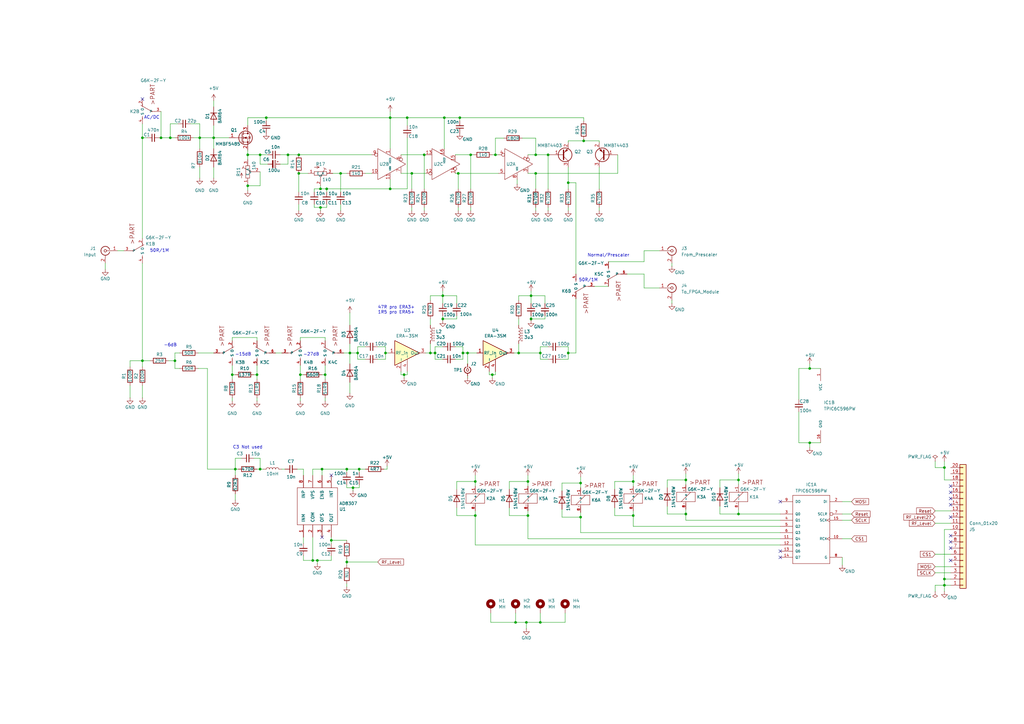
<source format=kicad_sch>
(kicad_sch (version 20231120) (generator "eeschema") (generator_version "8.0")
  (paper "A3")
  (title_block (title "Counter_FPGA_Input_Module_1") (date "24.1.2025") (rev "1.0.1") (company "OK2HAZ"))
  (junction (at 165.735 153.67))
  (junction (at 58.42 56.515))
  (junction (at 106.68 63.5))
  (junction (at 387.35 237.49))
  (junction (at 238.125 212.09))
  (junction (at 101.6 76.2))
  (junction (at 259.715 197.485))
  (junction (at 259.715 211.455))
  (junction (at 109.22 48.26))
  (junction (at 131.445 77.47))
  (junction (at 135.89 221.615))
  (junction (at 173.99 63.5))
  (junction (at 146.685 144.78))
  (junction (at 69.85 56.515))
  (junction (at 203.2 63.5))
  (junction (at 58.42 147.955))
  (junction (at 302.895 196.85))
  (junction (at 95.25 153.67))
  (junction (at 106.68 192.405))
  (junction (at 96.52 192.405))
  (junction (at 158.115 144.78))
  (junction (at 101.6 63.5))
  (junction (at 182.245 48.26))
  (junction (at 160.02 48.26))
  (junction (at 105.41 153.67))
  (junction (at 224.79 63.5))
  (junction (at 128.27 229.87))
  (junction (at 131.445 85.09))
  (junction (at 160.02 77.47))
  (junction (at 167.005 48.26))
  (junction (at 188.595 48.26))
  (junction (at 142.24 230.505))
  (junction (at 123.19 153.67))
  (junction (at 81.915 56.515))
  (junction (at 142.24 192.405))
  (junction (at 281.305 210.82))
  (junction (at 143.51 144.78))
  (junction (at 211.455 255.27))
  (junction (at 133.985 77.47))
  (junction (at 178.435 144.78))
  (junction (at 71.755 147.955))
  (junction (at 219.71 71.12))
  (junction (at 216.535 197.485))
  (junction (at 215.9 255.27))
  (junction (at 219.71 63.5))
  (junction (at 118.11 63.5))
  (junction (at 122.555 63.5))
  (junction (at 387.35 191.77))
  (junction (at 217.805 121.285))
  (junction (at 238.125 198.12))
  (junction (at 194.945 197.485))
  (junction (at 233.045 144.78))
  (junction (at 139.7 71.12))
  (junction (at 201.93 153.67))
  (junction (at 181.61 130.81))
  (junction (at 221.615 255.27))
  (junction (at 191.77 144.78))
  (junction (at 233.045 74.93))
  (junction (at 168.91 71.12))
  (junction (at 193.04 63.5))
  (junction (at 332.105 181.61))
  (junction (at 87.63 56.515))
  (junction (at 132.08 192.405))
  (junction (at 281.305 196.85))
  (junction (at 144.78 200.025))
  (junction (at 387.35 240.03))
  (junction (at 130.175 229.87))
  (junction (at 212.725 144.78))
  (junction (at 66.04 56.515))
  (junction (at 176.53 144.78))
  (junction (at 332.105 151.13))
  (junction (at 189.865 144.78))
  (junction (at 217.805 130.81))
  (junction (at 194.945 211.455))
  (junction (at 187.96 71.12))
  (junction (at 133.35 153.67))
  (junction (at 147.32 192.405))
  (junction (at 122.555 71.12))
  (junction (at 302.895 210.82))
  (junction (at 221.615 144.78))
  (junction (at 216.535 211.455))
  (junction (at 181.61 121.285))
  (junction (at 239.395 57.785))
  (no_connect (at 320.04 205.74))
  (no_connect (at 58.42 40.64))
  (no_connect (at 320.04 228.6))
  (no_connect (at 389.89 219.71))
  (no_connect (at 320.04 226.06))
  (no_connect (at 389.89 201.93))
  (no_connect (at 389.89 199.39))
  (no_connect (at 389.89 224.79))
  (no_connect (at 135.89 194.945))
  (no_connect (at 389.89 207.01))
  (no_connect (at 389.89 212.09))
  (no_connect (at 389.89 229.87))
  (no_connect (at 132.08 220.345))
  (no_connect (at 389.89 222.25))
  (no_connect (at 389.89 204.47))
  (wire (pts (xy 73.025 50.8) (xy 69.85 50.8)))
  (wire (pts (xy 345.44 213.36) (xy 349.25 213.36)))
  (wire (pts (xy 58.42 50.8) (xy 58.42 56.515)))
  (wire (pts (xy 186.69 142.24) (xy 189.865 142.24)))
  (wire (pts (xy 189.865 144.78) (xy 191.77 144.78)))
  (wire (pts (xy 281.305 194.31) (xy 281.305 196.85)))
  (wire (pts (xy 118.11 67.31) (xy 118.11 63.5)))
  (wire (pts (xy 135.89 229.87) (xy 135.89 227.965)))
  (wire (pts (xy 201.295 255.27) (xy 211.455 255.27)))
  (wire (pts (xy 81.915 56.515) (xy 87.63 56.515)))
  (wire (pts (xy 133.985 77.47) (xy 160.02 77.47)))
  (wire (pts (xy 133.35 138.43) (xy 133.35 139.7)))
  (wire (pts (xy 58.42 107.95) (xy 58.42 147.955)))
  (wire (pts (xy 187.96 71.12) (xy 187.96 77.47)))
  (wire (pts (xy 53.34 147.955) (xy 58.42 147.955)))
  (wire (pts (xy 128.27 229.87) (xy 130.175 229.87)))
  (wire (pts (xy 233.045 57.785) (xy 239.395 57.785)))
  (wire (pts (xy 133.35 163.195) (xy 133.35 164.465)))
  (wire (pts (xy 223.52 121.285) (xy 217.805 121.285)))
  (wire (pts (xy 122.555 83.82) (xy 122.555 86.36)))
  (wire (pts (xy 221.615 251.46) (xy 221.615 255.27)))
  (wire (pts (xy 118.11 63.5) (xy 114.935 63.5)))
  (wire (pts (xy 146.685 147.32) (xy 149.86 147.32)))
  (wire (pts (xy 233.045 142.24) (xy 233.045 144.78)))
  (wire (pts (xy 58.42 56.515) (xy 60.325 56.515)))
  (wire (pts (xy 123.19 153.67) (xy 123.19 155.575)))
  (wire (pts (xy 123.19 153.67) (xy 124.46 153.67)))
  (wire (pts (xy 107.95 192.405) (xy 106.68 192.405)))
  (wire (pts (xy 217.805 130.81) (xy 223.52 130.81)))
  (wire (pts (xy 217.805 121.285) (xy 217.805 124.46)))
  (wire (pts (xy 194.945 211.455) (xy 194.945 209.55)))
  (wire (pts (xy 302.895 194.31) (xy 302.895 196.85)))
  (wire (pts (xy 201.93 153.67) (xy 201.93 154.94)))
  (wire (pts (xy 124.46 227.965) (xy 124.46 229.87)))
  (wire (pts (xy 295.275 207.645) (xy 295.275 210.82)))
  (wire (pts (xy 106.68 70.485) (xy 106.68 76.2)))
  (wire (pts (xy 238.125 212.09) (xy 238.125 210.185)))
  (wire (pts (xy 345.44 228.6) (xy 345.44 231.775)))
  (wire (pts (xy 81.915 56.515) (xy 81.915 60.96)))
  (wire (pts (xy 181.61 131.445) (xy 181.61 130.81)))
  (wire (pts (xy 327.66 151.13) (xy 332.105 151.13)))
  (wire (pts (xy 146.685 142.24) (xy 149.86 142.24)))
  (wire (pts (xy 128.27 220.345) (xy 128.27 229.87)))
  (wire (pts (xy 66.04 45.72) (xy 66.04 56.515)))
  (wire (pts (xy 181.61 129.54) (xy 181.61 130.81)))
  (wire (pts (xy 164.465 71.12) (xy 168.91 71.12)))
  (wire (pts (xy 167.005 48.26) (xy 167.005 51.435)))
  (wire (pts (xy 96.52 202.565) (xy 96.52 205.105)))
  (wire (pts (xy 332.105 151.13) (xy 336.55 151.13)))
  (wire (pts (xy 123.19 138.43) (xy 133.35 138.43)))
  (wire (pts (xy 383.54 189.23) (xy 383.54 191.77)))
  (wire (pts (xy 295.275 196.85) (xy 302.895 196.85)))
  (wire (pts (xy 144.78 200.025) (xy 147.32 200.025)))
  (wire (pts (xy 131.445 77.47) (xy 133.985 77.47)))
  (wire (pts (xy 187.325 124.46) (xy 187.325 121.285)))
  (wire (pts (xy 105.41 163.195) (xy 105.41 164.465)))
  (wire (pts (xy 238.125 198.12) (xy 238.125 200.025)))
  (wire (pts (xy 194.945 197.485) (xy 194.945 199.39)))
  (wire (pts (xy 211.455 251.46) (xy 211.455 255.27)))
  (wire (pts (xy 142.24 192.405) (xy 147.32 192.405)))
  (wire (pts (xy 219.71 63.5) (xy 224.79 63.5)))
  (wire (pts (xy 387.35 237.49) (xy 389.89 237.49)))
  (wire (pts (xy 345.44 220.98) (xy 349.25 220.98)))
  (wire (pts (xy 383.54 214.63) (xy 389.89 214.63)))
  (wire (pts (xy 130.175 231.14) (xy 130.175 229.87)))
  (wire (pts (xy 165.735 153.67) (xy 165.735 154.94)))
  (wire (pts (xy 158.115 144.78) (xy 159.385 144.78)))
  (wire (pts (xy 167.005 48.26) (xy 182.245 48.26)))
  (wire (pts (xy 81.28 144.78) (xy 87.63 144.78)))
  (wire (pts (xy 332.105 149.225) (xy 332.105 151.13)))
  (wire (pts (xy 131.445 76.2) (xy 131.445 77.47)))
  (wire (pts (xy 201.93 63.5) (xy 203.2 63.5)))
  (wire (pts (xy 143.51 144.78) (xy 143.51 149.225)))
  (wire (pts (xy 208.915 211.455) (xy 216.535 211.455)))
  (wire (pts (xy 160.02 45.72) (xy 160.02 48.26)))
  (wire (pts (xy 149.86 71.12) (xy 152.4 71.12)))
  (wire (pts (xy 243.84 117.475) (xy 249.555 117.475)))
  (wire (pts (xy 133.35 153.67) (xy 133.35 155.575)))
  (wire (pts (xy 259.715 211.455) (xy 259.715 209.55)))
  (wire (pts (xy 200.66 153.67) (xy 201.93 153.67)))
  (wire (pts (xy 233.045 68.58) (xy 233.045 74.93)))
  (wire (pts (xy 81.915 68.58) (xy 81.915 73.025)))
  (wire (pts (xy 106.68 187.96) (xy 106.68 192.405)))
  (wire (pts (xy 106.68 76.2) (xy 101.6 76.2)))
  (wire (pts (xy 132.08 153.67) (xy 133.35 153.67)))
  (wire (pts (xy 193.04 63.5) (xy 193.04 77.47)))
  (wire (pts (xy 264.16 102.87) (xy 264.16 107.315)))
  (wire (pts (xy 230.505 212.09) (xy 238.125 212.09)))
  (wire (pts (xy 158.115 142.24) (xy 158.115 144.78)))
  (wire (pts (xy 203.2 63.5) (xy 203.2 56.642)))
  (wire (pts (xy 219.71 71.12) (xy 253.365 71.12)))
  (wire (pts (xy 168.91 71.12) (xy 174.625 71.12)))
  (wire (pts (xy 230.505 198.12) (xy 238.125 198.12)))
  (wire (pts (xy 95.25 149.86) (xy 95.25 153.67)))
  (wire (pts (xy 212.09 73.66) (xy 212.09 75.565)))
  (wire (pts (xy 173.99 85.09) (xy 173.99 86.36)))
  (wire (pts (xy 221.615 142.24) (xy 221.615 144.78)))
  (wire (pts (xy 43.18 107.95) (xy 43.18 110.49)))
  (wire (pts (xy 224.79 85.09) (xy 224.79 86.36)))
  (wire (pts (xy 281.305 196.85) (xy 281.305 198.755)))
  (wire (pts (xy 178.435 142.24) (xy 181.61 142.24)))
  (wire (pts (xy 164.465 153.67) (xy 165.735 153.67)))
  (wire (pts (xy 275.59 123.19) (xy 275.59 124.46)))
  (wire (pts (xy 105.41 138.43) (xy 105.41 139.7)))
  (wire (pts (xy 160.02 77.47) (xy 167.005 77.47)))
  (wire (pts (xy 78.105 50.8) (xy 81.915 50.8)))
  (wire (pts (xy 281.305 213.36) (xy 281.305 210.82)))
  (wire (pts (xy 320.04 218.44) (xy 238.125 218.44)))
  (wire (pts (xy 87.63 51.435) (xy 87.63 56.515)))
  (wire (pts (xy 187.325 121.285) (xy 181.61 121.285)))
  (wire (pts (xy 387.35 240.03) (xy 387.35 237.49)))
  (wire (pts (xy 168.91 71.12) (xy 168.91 77.47)))
  (wire (pts (xy 139.7 83.82) (xy 139.7 86.36)))
  (wire (pts (xy 122.555 63.5) (xy 152.4 63.5)))
  (wire (pts (xy 101.6 63.5) (xy 101.6 65.405)))
  (wire (pts (xy 131.445 86.36) (xy 131.445 85.09)))
  (wire (pts (xy 128.905 85.09) (xy 128.905 83.82)))
  (wire (pts (xy 81.915 56.515) (xy 79.375 56.515)))
  (wire (pts (xy 383.54 227.33) (xy 389.89 227.33)))
  (wire (pts (xy 105.41 153.67) (xy 105.41 155.575)))
  (wire (pts (xy 58.42 158.115) (xy 58.42 163.195)))
  (wire (pts (xy 245.745 85.09) (xy 245.745 86.36)))
  (wire (pts (xy 118.11 63.5) (xy 122.555 63.5)))
  (wire (pts (xy 95.25 139.7) (xy 95.25 138.43)))
  (wire (pts (xy 143.51 144.78) (xy 146.685 144.78)))
  (wire (pts (xy 160.02 48.26) (xy 167.005 48.26)))
  (wire (pts (xy 383.54 242.57) (xy 383.54 240.03)))
  (wire (pts (xy 143.51 128.27) (xy 143.51 133.35)))
  (wire (pts (xy 142.24 231.775) (xy 142.24 230.505)))
  (wire (pts (xy 387.35 240.03) (xy 389.89 240.03)))
  (wire (pts (xy 85.09 192.405) (xy 96.52 192.405)))
  (wire (pts (xy 273.685 196.85) (xy 281.305 196.85)))
  (wire (pts (xy 252.095 200.66) (xy 252.095 197.485)))
  (wire (pts (xy 147.32 192.405) (xy 147.32 193.675)))
  (wire (pts (xy 104.14 153.67) (xy 105.41 153.67)))
  (wire (pts (xy 208.915 208.28) (xy 208.915 211.455)))
  (wire (pts (xy 320.04 223.52) (xy 194.945 223.52)))
  (wire (pts (xy 327.66 151.13) (xy 327.66 163.83)))
  (wire (pts (xy 136.525 71.12) (xy 139.7 71.12)))
  (wire (pts (xy 142.24 198.755) (xy 142.24 200.025)))
  (wire (pts (xy 173.99 63.5) (xy 174.625 63.5)))
  (wire (pts (xy 252.095 211.455) (xy 259.715 211.455)))
  (wire (pts (xy 239.395 57.785) (xy 245.745 57.785)))
  (wire (pts (xy 58.42 147.955) (xy 58.42 150.495)))
  (wire (pts (xy 212.725 144.78) (xy 210.82 144.78)))
  (wire (pts (xy 124.46 222.885) (xy 124.46 220.345)))
  (wire (pts (xy 233.045 144.78) (xy 233.045 147.32)))
  (wire (pts (xy 176.53 130.81) (xy 176.53 133.35)))
  (wire (pts (xy 128.27 192.405) (xy 132.08 192.405)))
  (wire (pts (xy 116.84 192.405) (xy 115.57 192.405)))
  (wire (pts (xy 302.895 210.82) (xy 320.04 210.82)))
  (wire (pts (xy 71.755 144.78) (xy 73.66 144.78)))
  (wire (pts (xy 253.365 71.12) (xy 253.365 63.5)))
  (wire (pts (xy 212.725 121.285) (xy 217.805 121.285)))
  (wire (pts (xy 182.245 48.26) (xy 182.245 60.96)))
  (wire (pts (xy 245.745 68.58) (xy 245.745 77.47)))
  (wire (pts (xy 252.095 208.28) (xy 252.095 211.455)))
  (wire (pts (xy 154.94 142.24) (xy 158.115 142.24)))
  (wire (pts (xy 238.125 195.58) (xy 238.125 198.12)))
  (wire (pts (xy 87.63 56.515) (xy 87.63 60.96)))
  (wire (pts (xy 178.435 147.32) (xy 181.61 147.32)))
  (wire (pts (xy 132.08 192.405) (xy 142.24 192.405)))
  (wire (pts (xy 109.22 48.26) (xy 109.22 49.53)))
  (wire (pts (xy 320.04 215.9) (xy 259.715 215.9)))
  (wire (pts (xy 142.24 192.405) (xy 142.24 193.675)))
  (wire (pts (xy 81.28 151.13) (xy 85.09 151.13)))
  (wire (pts (xy 320.04 220.98) (xy 216.535 220.98)))
  (wire (pts (xy 158.115 144.78) (xy 158.115 147.32)))
  (wire (pts (xy 216.535 63.5) (xy 219.71 63.5)))
  (wire (pts (xy 65.405 56.515) (xy 66.04 56.515)))
  (wire (pts (xy 383.54 232.41) (xy 389.89 232.41)))
  (wire (pts (xy 187.325 130.81) (xy 187.325 129.54)))
  (wire (pts (xy 142.24 230.505) (xy 142.24 229.235)))
  (wire (pts (xy 85.09 151.13) (xy 85.09 192.405)))
  (wire (pts (xy 219.71 56.642) (xy 219.71 63.5)))
  (wire (pts (xy 188.595 48.26) (xy 239.395 48.26)))
  (wire (pts (xy 191.77 144.78) (xy 195.58 144.78)))
  (wire (pts (xy 387.35 196.85) (xy 389.89 196.85)))
  (wire (pts (xy 114.935 67.31) (xy 118.11 67.31)))
  (wire (pts (xy 160.02 48.26) (xy 160.02 60.96)))
  (wire (pts (xy 164.465 152.4) (xy 164.465 153.67)))
  (wire (pts (xy 142.24 200.025) (xy 144.78 200.025)))
  (wire (pts (xy 128.905 78.74) (xy 128.905 77.47)))
  (wire (pts (xy 275.59 107.95) (xy 275.59 109.22)))
  (wire (pts (xy 178.435 142.24) (xy 178.435 144.78)))
  (wire (pts (xy 302.895 210.82) (xy 302.895 208.915)))
  (wire (pts (xy 95.25 153.67) (xy 96.52 153.67)))
  (wire (pts (xy 130.175 229.87) (xy 135.89 229.87)))
  (wire (pts (xy 332.105 181.61) (xy 336.55 181.61)))
  (wire (pts (xy 231.775 251.46) (xy 231.775 255.27)))
  (wire (pts (xy 216.535 220.98) (xy 216.535 211.455)))
  (wire (pts (xy 273.685 210.82) (xy 281.305 210.82)))
  (wire (pts (xy 224.79 63.5) (xy 225.425 63.5)))
  (wire (pts (xy 273.685 200.025) (xy 273.685 196.85)))
  (wire (pts (xy 270.51 102.87) (xy 264.16 102.87)))
  (wire (pts (xy 106.68 63.5) (xy 109.855 63.5)))
  (wire (pts (xy 302.895 196.85) (xy 302.895 198.755)))
  (wire (pts (xy 178.435 144.78) (xy 178.435 147.32)))
  (wire (pts (xy 101.6 75.565) (xy 101.6 76.2)))
  (wire (pts (xy 53.34 158.115) (xy 53.34 163.195)))
  (wire (pts (xy 96.52 192.405) (xy 97.79 192.405)))
  (wire (pts (xy 176.53 144.78) (xy 174.625 144.78)))
  (wire (pts (xy 144.78 201.295) (xy 144.78 200.025)))
  (wire (pts (xy 259.715 194.945) (xy 259.715 197.485)))
  (wire (pts (xy 236.22 144.78) (xy 233.045 144.78)))
  (wire (pts (xy 186.69 71.12) (xy 187.96 71.12)))
  (wire (pts (xy 200.66 152.4) (xy 200.66 153.67)))
  (wire (pts (xy 167.005 153.67) (xy 167.005 152.4)))
  (wire (pts (xy 212.725 140.97) (xy 212.725 144.78)))
  (wire (pts (xy 216.535 211.455) (xy 216.535 209.55)))
  (wire (pts (xy 194.945 197.485) (xy 194.945 194.945)))
  (wire (pts (xy 106.68 192.405) (xy 105.41 192.405)))
  (wire (pts (xy 147.32 200.025) (xy 147.32 198.755)))
  (wire (pts (xy 165.735 153.67) (xy 167.005 153.67)))
  (wire (pts (xy 327.66 168.91) (xy 327.66 181.61)))
  (wire (pts (xy 219.71 71.12) (xy 219.71 77.47)))
  (wire (pts (xy 212.725 130.81) (xy 212.725 133.35)))
  (wire (pts (xy 101.6 48.26) (xy 109.22 48.26)))
  (wire (pts (xy 73.66 151.13) (xy 71.755 151.13)))
  (wire (pts (xy 345.44 205.74) (xy 349.25 205.74)))
  (wire (pts (xy 128.27 194.945) (xy 128.27 192.405)))
  (wire (pts (xy 158.75 191.135) (xy 158.75 192.405)))
  (wire (pts (xy 69.85 50.8) (xy 69.85 56.515)))
  (wire (pts (xy 164.465 63.5) (xy 173.99 63.5)))
  (wire (pts (xy 238.125 218.44) (xy 238.125 212.09)))
  (wire (pts (xy 320.04 213.36) (xy 281.305 213.36)))
  (wire (pts (xy 217.805 119.38) (xy 217.805 121.285)))
  (wire (pts (xy 219.71 85.09) (xy 219.71 86.36)))
  (wire (pts (xy 158.115 147.32) (xy 154.94 147.32)))
  (wire (pts (xy 327.66 181.61) (xy 332.105 181.61)))
  (wire (pts (xy 133.985 77.47) (xy 133.985 78.74)))
  (wire (pts (xy 113.03 144.78) (xy 115.57 144.78)))
  (wire (pts (xy 101.6 51.435) (xy 101.6 48.26)))
  (wire (pts (xy 176.53 140.97) (xy 176.53 144.78)))
  (wire (pts (xy 173.99 63.5) (xy 173.99 77.47)))
  (wire (pts (xy 217.805 130.81) (xy 217.805 131.445)))
  (wire (pts (xy 187.325 200.66) (xy 187.325 197.485)))
  (wire (pts (xy 189.865 142.24) (xy 189.865 144.78)))
  (wire (pts (xy 187.325 197.485) (xy 194.945 197.485)))
  (wire (pts (xy 106.68 67.31) (xy 109.855 67.31)))
  (wire (pts (xy 233.045 85.09) (xy 233.045 86.36)))
  (wire (pts (xy 193.04 85.09) (xy 193.04 86.36)))
  (wire (pts (xy 259.715 215.9) (xy 259.715 211.455)))
  (wire (pts (xy 332.105 181.61) (xy 332.105 183.515)))
  (wire (pts (xy 203.2 153.67) (xy 203.2 152.4)))
  (wire (pts (xy 252.095 197.485) (xy 259.715 197.485)))
  (wire (pts (xy 201.295 251.46) (xy 201.295 255.27)))
  (wire (pts (xy 96.52 187.96) (xy 99.06 187.96)))
  (wire (pts (xy 233.045 58.42) (xy 233.045 57.785)))
  (wire (pts (xy 181.61 121.285) (xy 181.61 124.46)))
  (wire (pts (xy 106.68 63.5) (xy 106.68 67.31)))
  (wire (pts (xy 109.22 48.26) (xy 160.02 48.26)))
  (wire (pts (xy 216.535 71.12) (xy 219.71 71.12)))
  (wire (pts (xy 95.25 153.67) (xy 95.25 155.575)))
  (wire (pts (xy 221.615 147.32) (xy 224.79 147.32)))
  (wire (pts (xy 133.985 85.09) (xy 133.985 83.82)))
  (wire (pts (xy 221.615 144.78) (xy 221.615 147.32)))
  (wire (pts (xy 122.555 71.12) (xy 126.365 71.12)))
  (wire (pts (xy 387.35 217.17) (xy 389.89 217.17)))
  (wire (pts (xy 139.7 71.12) (xy 139.7 78.74)))
  (wire (pts (xy 383.54 191.77) (xy 387.35 191.77)))
  (wire (pts (xy 96.52 192.405) (xy 96.52 194.945)))
  (wire (pts (xy 48.26 102.87) (xy 50.8 102.87)))
  (wire (pts (xy 96.52 192.405) (xy 96.52 187.96)))
  (wire (pts (xy 140.97 144.78) (xy 143.51 144.78)))
  (wire (pts (xy 211.455 255.27) (xy 215.9 255.27)))
  (wire (pts (xy 295.275 200.025) (xy 295.275 196.85)))
  (wire (pts (xy 142.24 239.395) (xy 142.24 240.665)))
  (wire (pts (xy 383.54 209.55) (xy 389.89 209.55)))
  (wire (pts (xy 168.91 85.09) (xy 168.91 86.36)))
  (wire (pts (xy 87.63 41.275) (xy 87.63 43.815)))
  (wire (pts (xy 104.14 187.96) (xy 106.68 187.96)))
  (wire (pts (xy 123.19 149.86) (xy 123.19 153.67)))
  (wire (pts (xy 189.865 144.78) (xy 189.865 147.32)))
  (wire (pts (xy 230.505 201.295) (xy 230.505 198.12)))
  (wire (pts (xy 214.249 56.642) (xy 219.71 56.642)))
  (wire (pts (xy 101.6 76.2) (xy 101.6 78.105)))
  (wire (pts (xy 69.215 147.955) (xy 71.755 147.955)))
  (wire (pts (xy 133.35 149.86) (xy 133.35 153.67)))
  (wire (pts (xy 236.22 112.395) (xy 236.22 74.93)))
  (wire (pts (xy 128.905 77.47) (xy 131.445 77.47)))
  (wire (pts (xy 233.045 147.32) (xy 229.87 147.32)))
  (wire (pts (xy 142.24 230.505) (xy 154.94 230.505)))
  (wire (pts (xy 194.945 223.52) (xy 194.945 211.455)))
  (wire (pts (xy 215.9 255.27) (xy 215.9 257.81)))
  (wire (pts (xy 383.54 234.95) (xy 389.89 234.95)))
  (wire (pts (xy 387.35 191.77) (xy 387.35 196.85)))
  (wire (pts (xy 229.87 142.24) (xy 233.045 142.24)))
  (wire (pts (xy 135.89 221.615) (xy 135.89 220.345)))
  (wire (pts (xy 176.53 144.78) (xy 178.435 144.78)))
  (wire (pts (xy 208.915 197.485) (xy 216.535 197.485)))
  (wire (pts (xy 201.93 153.67) (xy 203.2 153.67)))
  (wire (pts (xy 131.445 85.09) (xy 128.905 85.09)))
  (wire (pts (xy 124.46 192.405) (xy 124.46 194.945)))
  (wire (pts (xy 186.69 63.5) (xy 193.04 63.5)))
  (wire (pts (xy 216.535 197.485) (xy 216.535 199.39)))
  (wire (pts (xy 132.08 192.405) (xy 132.08 194.945)))
  (wire (pts (xy 123.19 163.195) (xy 123.19 164.465)))
  (wire (pts (xy 101.6 63.5) (xy 106.68 63.5)))
  (wire (pts (xy 105.41 149.86) (xy 105.41 153.67)))
  (wire (pts (xy 160.02 73.66) (xy 160.02 77.47)))
  (wire (pts (xy 191.77 144.78) (xy 191.77 149.225)))
  (wire (pts (xy 69.85 56.515) (xy 71.755 56.515)))
  (wire (pts (xy 66.04 56.515) (xy 69.85 56.515)))
  (wire (pts (xy 273.685 207.645) (xy 273.685 210.82)))
  (wire (pts (xy 387.35 237.49) (xy 387.35 217.17)))
  (wire (pts (xy 95.25 138.43) (xy 105.41 138.43)))
  (wire (pts (xy 187.96 85.09) (xy 187.96 86.36)))
  (wire (pts (xy 176.53 123.19) (xy 176.53 121.285)))
  (wire (pts (xy 181.61 119.38) (xy 181.61 121.285)))
  (wire (pts (xy 345.44 210.82) (xy 349.25 210.82)))
  (wire (pts (xy 215.9 255.27) (xy 221.615 255.27)))
  (wire (pts (xy 146.685 142.24) (xy 146.685 144.78)))
  (wire (pts (xy 181.61 130.81) (xy 187.325 130.81)))
  (wire (pts (xy 208.915 200.66) (xy 208.915 197.485)))
  (wire (pts (xy 189.865 147.32) (xy 186.69 147.32)))
  (wire (pts (xy 264.16 112.395) (xy 264.16 118.11)))
  (wire (pts (xy 176.53 121.285) (xy 181.61 121.285)))
  (wire (pts (xy 259.715 197.485) (xy 259.715 199.39)))
  (wire (pts (xy 236.22 74.93) (xy 233.045 74.93)))
  (wire (pts (xy 233.045 74.93) (xy 233.045 77.47)))
  (wire (pts (xy 239.395 48.26) (xy 239.395 49.53)))
  (wire (pts (xy 139.7 71.12) (xy 142.24 71.12)))
  (wire (pts (xy 212.725 123.19) (xy 212.725 121.285)))
  (wire (pts (xy 135.89 221.615) (xy 142.24 221.615)))
  (wire (pts (xy 71.755 147.955) (xy 71.755 144.78)))
  (wire (pts (xy 257.175 112.395) (xy 264.16 112.395)))
  (wire (pts (xy 58.42 97.79) (xy 58.42 56.515)))
  (wire (pts (xy 224.79 63.5) (xy 224.79 77.47)))
  (wire (pts (xy 71.755 151.13) (xy 71.755 147.955)))
  (wire (pts (xy 281.305 210.82) (xy 281.305 208.915)))
  (wire (pts (xy 121.92 192.405) (xy 124.46 192.405)))
  (wire (pts (xy 123.19 139.7) (xy 123.19 138.43)))
  (wire (pts (xy 223.52 121.285) (xy 223.52 124.46)))
  (wire (pts (xy 182.245 48.26) (xy 188.595 48.26)))
  (wire (pts (xy 264.16 118.11) (xy 270.51 118.11)))
  (wire (pts (xy 53.34 150.495) (xy 53.34 147.955)))
  (wire (pts (xy 191.77 154.305) (xy 191.77 154.94)))
  (wire (pts (xy 203.2 56.642) (xy 206.629 56.642)))
  (wire (pts (xy 239.395 57.15) (xy 239.395 57.785)))
  (wire (pts (xy 158.75 192.405) (xy 157.48 192.405)))
  (wire (pts (xy 245.745 57.785) (xy 245.745 58.42)))
  (wire (pts (xy 58.42 147.955) (xy 61.595 147.955)))
  (wire (pts (xy 387.35 240.03) (xy 387.35 242.57)))
  (wire (pts (xy 193.04 63.5) (xy 194.31 63.5)))
  (wire (pts (xy 147.32 192.405) (xy 149.86 192.405)))
  (wire (pts (xy 143.51 156.845) (xy 143.51 161.29)))
  (wire (pts (xy 135.89 222.885) (xy 135.89 221.615)))
  (wire (pts (xy 383.54 240.03) (xy 387.35 240.03)))
  (wire (pts (xy 95.25 163.195) (xy 95.25 164.465)))
  (wire (pts (xy 187.96 71.12) (xy 204.47 71.12)))
  (wire (pts (xy 217.805 129.54) (xy 217.805 130.81)))
  (wire (pts (xy 187.325 208.28) (xy 187.325 211.455)))
  (wire (pts (xy 87.63 68.58) (xy 87.63 73.025)))
  (wire (pts (xy 146.685 144.78) (xy 146.685 147.32)))
  (wire (pts (xy 264.16 107.315) (xy 249.555 107.315)))
  (wire (pts (xy 87.63 56.515) (xy 93.98 56.515)))
  (wire (pts (xy 236.22 122.555) (xy 236.22 144.78)))
  (wire (pts (xy 187.325 211.455) (xy 194.945 211.455)))
  (wire (pts (xy 124.46 229.87) (xy 128.27 229.87)))
  (wire (pts (xy 131.445 85.09) (xy 133.985 85.09)))
  (wire (pts (xy 81.915 50.8) (xy 81.915 56.515)))
  (wire (pts (xy 203.2 63.5) (xy 204.47 63.5)))
  (wire (pts (xy 295.275 210.82) (xy 302.895 210.82)))
  (wire (pts (xy 212.725 144.78) (xy 221.615 144.78)))
  (wire (pts (xy 167.005 56.515) (xy 167.005 77.47)))
  (wire (pts (xy 387.35 189.23) (xy 387.35 191.77)))
  (wire (pts (xy 188.595 48.26) (xy 188.595 49.53)))
  (wire (pts (xy 101.6 61.595) (xy 101.6 63.5)))
  (wire (pts (xy 143.51 140.97) (xy 143.51 144.78)))
  (wire (pts (xy 230.505 208.915) (xy 230.505 212.09)))
  (wire (pts (xy 216.535 194.945) (xy 216.535 197.485)))
  (wire (pts (xy 223.52 130.81) (xy 223.52 129.54)))
  (wire (pts (xy 221.615 255.27) (xy 231.775 255.27)))
  (wire (pts (xy 122.555 71.12) (xy 122.555 78.74)))
  (wire (pts (xy 221.615 142.24) (xy 224.79 142.24)))
  (text "Normal/Prescaler" (at 249.555 104.775 0) (effects (font (size 1.27 1.27))))
  (text "50R/1M" (at 65.405 102.87 0) (effects (font (size 1.27 1.27))))
  (text "50R/1M" (at 241.3 114.935 0) (effects (font (size 1.27 1.27))))
  (text "AC/DC" (at 62.23 48.26 0) (effects (font (size 1.27 1.27))))
  (text "-6dB" (at 69.85 141.605 0) (effects (font (size 1.27 1.27))))
  (text "-27dB" (at 127.635 145.415 0) (effects (font (size 1.27 1.27))))
  (text "-15dB" (at 99.695 145.415 0) (effects (font (size 1.27 1.27))))
  (text "47R pro ERA3+\n1R5 pro ERA5+" (at 154.94 128.905 0) (effects (font (size 1.27 1.27)) (justify left bottom)))
  (text "C3 Not used" (at 101.6 183.515 0) (effects (font (size 1.27 1.27))))
  (global_label "RF_Level" (shape input) (at 154.94 230.505 0) (property "Intersheetrefs" "${INTERSHEET_REFS}" (effects (hide yes))))
  (global_label "Reset" (shape input) (at 349.25 210.82 0) (property "Intersheetrefs" "${INTERSHEET_REFS}" (effects (hide yes))))
  (global_label "MOSI" (shape input) (at 383.54 232.41 180) (property "Intersheetrefs" "${INTERSHEET_REFS}" (effects (hide yes))))
  (global_label "MOSI" (shape input) (at 349.25 205.74 0) (property "Intersheetrefs" "${INTERSHEET_REFS}" (effects (hide yes))))
  (global_label "SCLK" (shape input) (at 349.25 213.36 0) (property "Intersheetrefs" "${INTERSHEET_REFS}" (effects (hide yes))))
  (global_label "RF_Level2?" (shape input) (at 383.54 212.09 180) (property "Intersheetrefs" "${INTERSHEET_REFS}" (effects (hide yes))))
  (global_label "Reset" (shape input) (at 383.54 209.55 180) (property "Intersheetrefs" "${INTERSHEET_REFS}" (effects (hide yes))))
  (global_label "RF_Level" (shape input) (at 383.54 214.63 180) (property "Intersheetrefs" "${INTERSHEET_REFS}" (effects (hide yes))))
  (global_label "SCLK" (shape input) (at 383.54 234.95 180) (property "Intersheetrefs" "${INTERSHEET_REFS}" (effects (hide yes))))
  (global_label "CS1" (shape input) (at 349.25 220.98 0) (property "Intersheetrefs" "${INTERSHEET_REFS}" (effects (hide yes))))
  (global_label "CS1" (shape input) (at 383.54 227.33 180) (property "Intersheetrefs" "${INTERSHEET_REFS}" (effects (hide yes))))
  (symbol (lib_id "Diode:1N4148W") (at 252.095 204.47 270) (unit 1)
    (property "Reference" "D8" (at 249.555 204.47 0))
    (property "Value" "1N4148W" (at 254.635 204.47 0))
    (property "Footprint" "Diode_SMD:D_SOD-123" (effects (hide yes)))
    (property "Datasheet" "https://www.vishay.com/docs/85748/1n4148w.pdf" (effects (hide yes)))
    (property "Description" "75V 0.15A Fast Switching Diode, SOD-123" (effects (hide yes)))
    (property "Sim.Device" "D" (effects (hide yes)))
    (property "Sim.Pins" "1=K 2=A" (effects (hide yes)))
    (property "LCSC Link" "https://www.lcsc.com/product-detail/Switching-Diodes_Diodes-Incorporated-1N4148W-7-F_C83528.html?s_z=n_1N4148W" (effects (hide yes)))
    (property "LCSC PN" "C83528" (effects (hide yes)))
  )
  (symbol (lib_id "Device:C_Small") (at 327.66 166.37 0) (unit 1)
    (property "Reference" "C28" (at 327.914 164.592 0) (effects (justify left)))
    (property "Value" "100n" (at 327.914 168.402 0) (effects (justify left)))
    (property "Footprint" "Capacitor_SMD:C_0805_2012Metric" (effects (hide yes)))
    (property "LCSC Link" "https://www.lcsc.com/product-detail/Multilayer-Ceramic-Capacitors-MLCC-SMD-SMT_FH-Guangdong-Fenghua-Advanced-Tech-0805B104K500NT_C38141.html?s_z=n_C38141" (effects (hide yes)))
    (property "LCSC PN" "C38141" (effects (hide yes)))
  )
  (symbol (lib_id "Device:C_Small") (at 184.15 147.32 90) (unit 1)
    (property "Reference" "C21" (at 182.88 146.05 90) (effects (justify left)))
    (property "Value" "10n" (at 189.23 146.05 90) (effects (justify left)))
    (property "Footprint" "Capacitor_SMD:C_0805_2012Metric" (effects (hide yes)))
    (property "LCSC Link" "https://www.lcsc.com/product-detail/Multilayer-Ceramic-Capacitors-MLCC-SMD-SMT_YAGEO-CC0805KRX7R9BB103_C83170.html" (effects (hide yes)))
    (property "LCSC PN" "C83170" (effects (hide yes)))
  )
  (symbol (lib_id "Device:R") (at 122.555 67.31 180) (unit 1)
    (property "Reference" "R14" (at 120.015 67.31 90))
    (property "Value" "1k0" (at 122.555 67.31 90))
    (property "Footprint" "Resistor_SMD:R_0805_2012Metric" (effects (hide yes)))
    (property "Description" "Resistor" (effects (hide yes)))
    (property "LCSC Link" "https://www.lcsc.com/product-detail/Chip-Resistor-Surface-Mount_UNI-ROYAL-Uniroyal-Elec-0805W8F1001T5E_C17513.html?s_z=n_C17513" (effects (hide yes)))
    (property "LCSC PN" "C17513" (effects (hide yes)))
  )
  (symbol (lib_id "power:GND") (at 165.735 154.94 0) (unit 1)
    (property "Reference" "#PWR024" (effects (hide yes)))
    (property "Value" "GND" (at 168.91 157.48 0))
  )
  (symbol (lib_id "Device:C_Small") (at 227.33 147.32 90) (unit 1)
    (property "Reference" "C27" (at 226.06 146.05 90) (effects (justify left)))
    (property "Value" "10n" (at 232.41 146.05 90) (effects (justify left)))
    (property "Footprint" "Capacitor_SMD:C_0805_2012Metric" (effects (hide yes)))
    (property "LCSC Link" "https://www.lcsc.com/product-detail/Multilayer-Ceramic-Capacitors-MLCC-SMD-SMT_YAGEO-CC0805KRX7R9BB103_C83170.html" (effects (hide yes)))
    (property "LCSC PN" "C83170" (effects (hide yes)))
  )
  (symbol (lib_id "Device:C_Small") (at 62.865 56.515 90) (unit 1)
    (property "Reference" "C1" (at 61.595 55.245 90) (effects (justify left)))
    (property "Value" "470n" (at 65.405 53.34 90) (effects (justify left)))
    (property "Footprint" "Capacitor_SMD:C_0805_2012Metric" (effects (hide yes)))
    (property "LCSC Link" "https://www.lcsc.com/product-detail/Multilayer-Ceramic-Capacitors-MLCC-SMD-SMT_FH-Guangdong-Fenghua-Advanced-Tech-0805B474K500NT_C49955.html" (effects (hide yes)))
    (property "LCSC PN" "C49955" (effects (hide yes)))
  )
  (symbol (lib_id "power:GND") (at 87.63 73.025 0) (unit 1)
    (property "Reference" "#PWR06" (effects (hide yes)))
    (property "Value" "GND" (at 87.63 78.105 0))
    (property "Description" "Power symbol creates a global label with name \"GND\" , ground" (effects (hide yes)))
  )
  (symbol (lib_id "jnj_haz:G6K-2F-Y") (at 110.49 144.78 90) (unit 3)
    (property "Reference" "K3" (at 108.585 148.59 90))
    (property "Value" "G6K-2F-Y" (effects (hide yes)))
    (property "Footprint" "Relay_SMD:Relay_DPDT_Omron_G6K-2F-Y" (effects (hide yes)))
    (property "LCSC Link" "https://www.lcsc.com/product-detail/Signal-Relays_Omron-Electronics-G6K-2F-Y-5V_C2982926.html?s_z=n_G6K-2F-Y" (effects (hide yes)))
    (property "LCSC PN" "C2982926" (effects (hide yes)))
  )
  (symbol (lib_id "Device:C_Small") (at 188.595 52.07 180) (unit 1)
    (property "Reference" "C23" (at 188.341 53.848 0) (effects (justify left)))
    (property "Value" "100n" (at 188.341 50.038 0) (effects (justify left)))
    (property "Footprint" "Capacitor_SMD:C_0805_2012Metric" (effects (hide yes)))
    (property "LCSC Link" "https://www.lcsc.com/product-detail/Multilayer-Ceramic-Capacitors-MLCC-SMD-SMT_FH-Guangdong-Fenghua-Advanced-Tech-0805B104K500NT_C38141.html?s_z=n_C38141" (effects (hide yes)))
    (property "LCSC PN" "C38141" (effects (hide yes)))
  )
  (symbol (lib_id "Device:C_Small") (at 124.46 225.425 180) (unit 1)
    (property "Reference" "C9" (at 124.206 227.203 0) (effects (justify left)))
    (property "Value" "10n" (at 124.206 223.393 0) (effects (justify left)))
    (property "Footprint" "Capacitor_SMD:C_0805_2012Metric" (effects (hide yes)))
    (property "LCSC Link" "https://www.lcsc.com/product-detail/Multilayer-Ceramic-Capacitors-MLCC-SMD-SMT_YAGEO-CC0805KRX7R9BB103_C83170.html" (effects (hide yes)))
    (property "LCSC PN" "C83170" (effects (hide yes)))
  )
  (symbol (lib_id "jnj_haz:G6K-2F-Y") (at 281.305 203.835 0) (unit 1)
    (property "Reference" "K3" (at 285.75 203.835 0) (effects (justify left)))
    (property "Value" "G6K-2F-Y" (at 281.94 200.66 0) (effects (justify left)))
    (property "Footprint" "Relay_SMD:Relay_DPDT_Omron_G6K-2F-Y" (effects (hide yes)))
    (property "LCSC Link" "https://www.lcsc.com/product-detail/Signal-Relays_Omron-Electronics-G6K-2F-Y-5V_C2982926.html?s_z=n_G6K-2F-Y" (effects (hide yes)))
    (property "LCSC PN" "C2982926" (effects (hide yes)))
  )
  (symbol (lib_id "jnj_haz:G6K-2F-Y") (at 138.43 144.78 90) (unit 3)
    (property "Reference" "K4" (at 136.525 148.59 90))
    (property "Value" "G6K-2F-Y" (effects (hide yes)))
    (property "Footprint" "Relay_SMD:Relay_DPDT_Omron_G6K-2F-Y" (effects (hide yes)))
    (property "LCSC Link" "https://www.lcsc.com/product-detail/Signal-Relays_Omron-Electronics-G6K-2F-Y-5V_C2982926.html?s_z=n_G6K-2F-Y" (effects (hide yes)))
    (property "LCSC PN" "C2982926" (effects (hide yes)))
  )
  (symbol (lib_id "Device:L") (at 111.76 192.405 90) (unit 1)
    (property "Reference" "L1" (at 111.76 189.865 90))
    (property "Value" "10nH" (at 111.76 194.31 90))
    (property "Footprint" "Resistor_SMD:R_0805_2012Metric" (effects (hide yes)))
    (property "LCSC Link" "https://www.lcsc.com/product-detail/Inductors-SMD_APV-AHW2012C-10NJTF_C6808026.html" (effects (hide yes)))
    (property "LCSC PN" "C6808026" (effects (hide yes)))
  )
  (symbol (lib_id "Device:R") (at 153.67 192.405 270) (unit 1)
    (property "Reference" "R22" (at 153.67 189.865 90))
    (property "Value" "4R7" (at 153.67 192.405 90))
    (property "Footprint" "Resistor_SMD:R_0805_2012Metric" (effects (hide yes)))
    (property "LCSC Link" "https://www.lcsc.com/product-detail/Chip-Resistor-Surface-Mount_Vishay-Intertech-CRCW08054R70FKEAC_C2078341.html?s_z=n_C2078341" (effects (hide yes)))
    (property "LCSC PN" "C2078341" (effects (hide yes)))
  )
  (symbol (lib_id "power:GND") (at 122.555 86.36 0) (unit 1)
    (property "Reference" "#PWR012" (effects (hide yes)))
    (property "Value" "GND" (at 122.555 90.17 0))
    (property "Description" "Power symbol creates a global label with name \"GND\" , ground" (effects (hide yes)))
  )
  (symbol (lib_id "Device:R") (at 128.27 153.67 90) (unit 1)
    (property "Reference" "R16" (at 128.27 151.13 90))
    (property "Value" "560R" (at 128.27 153.67 90))
    (property "Footprint" "Resistor_SMD:R_0805_2012Metric" (effects (hide yes)))
    (property "Description" "Resistor" (effects (hide yes)))
    (property "LCSC Link" "https://www.lcsc.com/product-detail/Chip-Resistor-Surface-Mount_UNI-ROYAL-Uniroyal-Elec-0805W8F5600T5E_C28636.html" (effects (hide yes)))
    (property "LCSC PN" "C28636" (effects (hide yes)))
  )
  (symbol (lib_id "Connector:Conn_Coaxial_Small") (at 191.77 151.765 270) (unit 1)
    (property "Reference" "J2" (at 193.04 149.225 90) (effects (justify left)))
    (property "Value" "TP1" (at 186.055 151.765 90) (effects (justify left)))
    (property "Footprint" "Connector_Coaxial:U.FL_Hirose_U.FL-R-SMT-1_Vertical" (effects (hide yes)))
    (property "Description" "small coaxial connector (BNC, SMA, SMB, SMC, Cinch/RCA, LEMO, ...)" (effects (hide yes)))
    (property "LCSC Link" "https://www.lcsc.com/product-detail/Coaxial-Connectors-RF_Shenzhen-Kinghelm-Elec-KH-IPEX-K501-29_C411563.html?s_z=n_C411563" (effects (hide yes)))
    (property "LCSC PN" "C411563" (effects (hide yes)))
  )
  (symbol (lib_id "Device:C_Small") (at 181.61 127 0) (unit 1)
    (property "Reference" "C19" (at 181.864 125.222 0) (effects (justify left)))
    (property "Value" "100p" (at 181.864 129.032 0) (effects (justify left)))
    (property "Footprint" "Capacitor_SMD:C_0805_2012Metric" (effects (hide yes)))
    (property "LCSC Link" "https://www.lcsc.com/product-detail/Multilayer-Ceramic-Capacitors-MLCC-SMD-SMT_Samsung-Electro-Mechanics-CL21C101JBANNNC_C1790.html?s_z=n_C1790" (effects (hide yes)))
    (property "LCSC PN" "C1790" (effects (hide yes)))
  )
  (symbol (lib_id "power:GND") (at 275.59 124.46 0) (unit 1)
    (property "Reference" "#PWR047" (effects (hide yes)))
    (property "Value" "GND" (at 278.765 127 0))
  )
  (symbol (lib_id "Device:R") (at 198.12 63.5 270) (unit 1)
    (property "Reference" "R28" (at 198.12 60.96 90))
    (property "Value" "1k0" (at 198.12 63.5 90))
    (property "Footprint" "Resistor_SMD:R_0805_2012Metric" (effects (hide yes)))
    (property "Description" "Resistor" (effects (hide yes)))
    (property "LCSC Link" "https://www.lcsc.com/product-detail/Chip-Resistor-Surface-Mount_UNI-ROYAL-Uniroyal-Elec-0805W8F1001T5E_C17513.html?s_z=n_C17513" (effects (hide yes)))
    (property "LCSC PN" "C17513" (effects (hide yes)))
  )
  (symbol (lib_id "Device:R") (at 173.99 81.28 180) (unit 1)
    (property "Reference" "R24" (at 171.45 81.28 90))
    (property "Value" "470R" (at 173.99 81.28 90))
    (property "Footprint" "Resistor_SMD:R_0805_2012Metric" (effects (hide yes)))
    (property "Description" "Resistor" (effects (hide yes)))
    (property "LCSC Link" "https://www.lcsc.com/product-detail/Chip-Resistor-Surface-Mount_FOJAN-FRC0805J471-TS_C2907329.html" (effects (hide yes)))
    (property "LCSC PN" "C2907329" (effects (hide yes)))
  )
  (symbol (lib_id "power:GND") (at 139.7 86.36 0) (unit 1)
    (property "Reference" "#PWR017" (effects (hide yes)))
    (property "Value" "GND" (at 139.7 90.17 0))
    (property "Description" "Power symbol creates a global label with name \"GND\" , ground" (effects (hide yes)))
  )
  (symbol (lib_id "Transistor_FET:BS870") (at 99.06 56.515 0) (unit 1)
    (property "Reference" "Q1" (at 94.615 53.34 0) (effects (justify left)))
    (property "Value" "MMBF5485" (at 88.265 59.055 0) (effects (justify left)))
    (property "Footprint" "Package_TO_SOT_SMD:SOT-23" (effects (hide yes)))
    (property "Datasheet" "http://www.diodes.com/assets/Datasheets/ds11302.pdf" (effects (hide yes)))
    (property "Description" "0.25A Id, 60V Vds, N-Channel MOSFET, SOT-23" (effects (hide yes)))
    (property "LCSC Link" "https://www.lcsc.com/product-detail/RF-Amplifiers_onsemi-MMBF5485_C2842701.html?s_z=n_MMBF5485" (effects (hide yes)))
    (property "LCSC PN" "C2842701" (effects (hide yes)))
  )
  (symbol (lib_id "Connector:Conn_Coaxial") (at 43.18 102.87 0) (mirror y) (unit 1)
    (property "Reference" "J1" (at 39.37 101.8931 0) (effects (justify left)))
    (property "Value" "Input" (at 39.37 104.4331 0) (effects (justify left)))
    (property "Footprint" "Connector_Coaxial:SMA_Amphenol_132134-11_Vertical" (effects (hide yes)))
    (property "Description" "coaxial connector (BNC, SMA, SMB, SMC, Cinch/RCA, LEMO, ...)" (effects (hide yes)))
    (property "LCSC Link" "https://www.lcsc.com/product-detail/Coaxial-Connectors-RF_Shenzhen-Kinghelm-Elec-KH-SMB-Z_C2797251.html?s_z=n_C2797251" (effects (hide yes)))
    (property "LCSC PN" "C2797251" (effects (hide yes)))
  )
  (symbol (lib_id "jnj_haz:G6K-2F-Y") (at 302.895 203.835 0) (unit 1)
    (property "Reference" "K1" (at 307.34 203.835 0) (effects (justify left)))
    (property "Value" "G6K-2F-Y" (at 303.53 200.66 0) (effects (justify left)))
    (property "Footprint" "Relay_SMD:Relay_DPDT_Omron_G6K-2F-Y" (effects (hide yes)))
    (property "LCSC Link" "https://www.lcsc.com/product-detail/Signal-Relays_Omron-Electronics-G6K-2F-Y-5V_C2982926.html?s_z=n_G6K-2F-Y" (effects (hide yes)))
    (property "LCSC PN" "C2982926" (effects (hide yes)))
  )
  (symbol (lib_id "power:GND") (at 173.99 86.36 0) (unit 1)
    (property "Reference" "#PWR026" (effects (hide yes)))
    (property "Value" "GND" (at 173.99 90.17 0))
  )
  (symbol (lib_name "+5V_1") (lib_id "power:+5V") (at 160.02 45.72 0) (unit 1)
    (property "Reference" "#PWR023" (effects (hide yes)))
    (property "Value" "+5V" (at 160.02 40.64 0))
    (property "Description" "Power symbol creates a global label with name \"+5V\"" (effects (hide yes)))
  )
  (symbol (lib_id "Device:R") (at 219.71 81.28 180) (unit 1)
    (property "Reference" "R31" (at 217.17 81.28 90))
    (property "Value" "470R" (at 219.71 81.28 90))
    (property "Footprint" "Resistor_SMD:R_0805_2012Metric" (effects (hide yes)))
    (property "Description" "Resistor" (effects (hide yes)))
    (property "LCSC Link" "https://www.lcsc.com/product-detail/Chip-Resistor-Surface-Mount_FOJAN-FRC0805J471-TS_C2907329.html" (effects (hide yes)))
    (property "LCSC PN" "C2907329" (effects (hide yes)))
  )
  (symbol (lib_id "power:GND") (at 217.805 131.445 0) (unit 1)
    (property "Reference" "#PWR039" (effects (hide yes)))
    (property "Value" "GND" (at 220.98 133.985 0))
  )
  (symbol (lib_id "Device:R") (at 193.04 81.28 180) (unit 1)
    (property "Reference" "R27" (at 190.5 81.28 90))
    (property "Value" "470R" (at 193.04 81.28 90))
    (property "Footprint" "Resistor_SMD:R_0805_2012Metric" (effects (hide yes)))
    (property "Description" "Resistor" (effects (hide yes)))
    (property "LCSC Link" "https://www.lcsc.com/product-detail/Chip-Resistor-Surface-Mount_FOJAN-FRC0805J471-TS_C2907329.html" (effects (hide yes)))
    (property "LCSC PN" "C2907329" (effects (hide yes)))
  )
  (symbol (lib_id "Connector:Conn_Coaxial") (at 275.59 118.11 0) (unit 1)
    (property "Reference" "J4" (at 279.4 117.1331 0) (effects (justify left)))
    (property "Value" "To_FPGA_Module" (at 279.4 119.6731 0) (effects (justify left)))
    (property "Footprint" "Connector_Coaxial:SMA_Amphenol_132134-11_Vertical" (effects (hide yes)))
    (property "Description" "coaxial connector (BNC, SMA, SMB, SMC, Cinch/RCA, LEMO, ...)" (effects (hide yes)))
    (property "LCSC Link" "https://www.lcsc.com/product-detail/Coaxial-Connectors-RF_Shenzhen-Kinghelm-Elec-KH-SMB-Z_C2797251.html?s_z=n_C2797251" (effects (hide yes)))
    (property "LCSC PN" "C2797251" (effects (hide yes)))
  )
  (symbol (lib_id "Diode:1N4148W") (at 273.685 203.835 270) (unit 1)
    (property "Reference" "D9" (at 271.145 203.835 0))
    (property "Value" "1N4148W" (at 276.225 203.835 0))
    (property "Footprint" "Diode_SMD:D_SOD-123" (effects (hide yes)))
    (property "Datasheet" "https://www.vishay.com/docs/85748/1n4148w.pdf" (effects (hide yes)))
    (property "Description" "75V 0.15A Fast Switching Diode, SOD-123" (effects (hide yes)))
    (property "Sim.Device" "D" (effects (hide yes)))
    (property "Sim.Pins" "1=K 2=A" (effects (hide yes)))
    (property "LCSC Link" "https://www.lcsc.com/product-detail/Switching-Diodes_Diodes-Incorporated-1N4148W-7-F_C83528.html?s_z=n_1N4148W" (effects (hide yes)))
    (property "LCSC PN" "C83528" (effects (hide yes)))
  )
  (symbol (lib_id "power:GND") (at 131.445 86.36 0) (unit 1)
    (property "Reference" "#PWR015" (effects (hide yes)))
    (property "Value" "GND" (at 131.445 90.17 0))
    (property "Description" "Power symbol creates a global label with name \"GND\" , ground" (effects (hide yes)))
  )
  (symbol (lib_id "Device:R") (at 233.045 81.28 180) (unit 1)
    (property "Reference" "R33" (at 230.505 81.28 90))
    (property "Value" "470R" (at 233.045 81.28 90))
    (property "Footprint" "Resistor_SMD:R_0805_2012Metric" (effects (hide yes)))
    (property "Description" "Resistor" (effects (hide yes)))
    (property "LCSC Link" "https://www.lcsc.com/product-detail/Chip-Resistor-Surface-Mount_FOJAN-FRC0805J471-TS_C2907329.html" (effects (hide yes)))
    (property "LCSC PN" "C2907329" (effects (hide yes)))
  )
  (symbol (lib_id "power:GND") (at 193.04 86.36 0) (unit 1)
    (property "Reference" "#PWR032" (effects (hide yes)))
    (property "Value" "GND" (at 193.04 90.17 0))
  )
  (symbol (lib_id "Transistor_BJT:BC856") (at 230.505 63.5 0) (mirror x) (unit 1)
    (property "Reference" "Q2" (at 235.585 62.23 0) (effects (justify left)))
    (property "Value" "MMBT4403" (at 220.345 59.69 0) (effects (justify left)))
    (property "Footprint" "Package_TO_SOT_SMD:SOT-23" (effects (hide yes)))
    (property "LCSC Link" "https://www.lcsc.com/product-detail/Bipolar-BJT_TWGMC-MMBT4403_C727134.html?s_z=n_MMBT4403" (effects (hide yes)))
    (property "LCSC PN" "C727134" (effects (hide yes)))
  )
  (symbol (lib_id "Diode:1N4148W") (at 187.325 204.47 270) (unit 1)
    (property "Reference" "D5" (at 184.785 204.47 0))
    (property "Value" "1N4148W" (at 189.865 204.47 0))
    (property "Footprint" "Diode_SMD:D_SOD-123" (effects (hide yes)))
    (property "Datasheet" "https://www.vishay.com/docs/85748/1n4148w.pdf" (effects (hide yes)))
    (property "Description" "75V 0.15A Fast Switching Diode, SOD-123" (effects (hide yes)))
    (property "Sim.Device" "D" (effects (hide yes)))
    (property "Sim.Pins" "1=K 2=A" (effects (hide yes)))
    (property "LCSC Link" "https://www.lcsc.com/product-detail/Switching-Diodes_Diodes-Incorporated-1N4148W-7-F_C83528.html?s_z=n_1N4148W" (effects (hide yes)))
    (property "LCSC PN" "C83528" (effects (hide yes)))
  )
  (symbol (lib_id "Device:R") (at 100.33 153.67 90) (unit 1)
    (property "Reference" "R10" (at 100.33 151.13 90))
    (property "Value" "137R" (at 100.33 153.67 90))
    (property "Footprint" "Resistor_SMD:R_0805_2012Metric" (effects (hide yes)))
    (property "Description" "Resistor" (effects (hide yes)))
    (property "LCSC Link" "https://www.lcsc.com/product-detail/Chip-Resistor-Surface-Mount_FOJAN-FRC0805F1370TS_C2933309.html" (effects (hide yes)))
    (property "LCSC PN" "C2933309" (effects (hide yes)))
  )
  (symbol (lib_id "power:GND") (at 212.09 75.565 0) (unit 1)
    (property "Reference" "#PWR035" (effects (hide yes)))
    (property "Value" "GND" (at 215.265 78.105 0))
  )
  (symbol (lib_id "Diode:1N4148W") (at 295.275 203.835 270) (unit 1)
    (property "Reference" "D10" (at 292.735 203.835 0))
    (property "Value" "1N4148W" (at 297.815 203.835 0))
    (property "Footprint" "Diode_SMD:D_SOD-123" (effects (hide yes)))
    (property "Datasheet" "https://www.vishay.com/docs/85748/1n4148w.pdf" (effects (hide yes)))
    (property "Description" "75V 0.15A Fast Switching Diode, SOD-123" (effects (hide yes)))
    (property "Sim.Device" "D" (effects (hide yes)))
    (property "Sim.Pins" "1=K 2=A" (effects (hide yes)))
    (property "LCSC Link" "https://www.lcsc.com/product-detail/Switching-Diodes_Diodes-Incorporated-1N4148W-7-F_C83528.html?s_z=n_1N4148W" (effects (hide yes)))
    (property "LCSC PN" "C83528" (effects (hide yes)))
  )
  (symbol (lib_id "power:+5V") (at 158.75 191.135 0) (unit 1)
    (property "Reference" "#PWR022" (effects (hide yes)))
    (property "Value" "+5V" (at 158.75 187.579 0))
  )
  (symbol (lib_id "Device:C_Small") (at 152.4 142.24 90) (unit 1)
    (property "Reference" "C16" (at 151.13 140.97 90) (effects (justify left)))
    (property "Value" "100p" (at 158.75 140.97 90) (effects (justify left)))
    (property "Footprint" "Capacitor_SMD:C_0805_2012Metric" (effects (hide yes)))
    (property "LCSC Link" "https://www.lcsc.com/product-detail/Multilayer-Ceramic-Capacitors-MLCC-SMD-SMT_Samsung-Electro-Mechanics-CL21C101JBANNNC_C1790.html?s_z=n_C1790" (effects (hide yes)))
    (property "LCSC PN" "C1790" (effects (hide yes)))
  )
  (symbol (lib_id "Diode:1N4148W") (at 230.505 205.105 270) (unit 1)
    (property "Reference" "D7" (at 227.965 205.105 0))
    (property "Value" "1N4148W" (at 233.045 205.105 0))
    (property "Footprint" "Diode_SMD:D_SOD-123" (effects (hide yes)))
    (property "Datasheet" "https://www.vishay.com/docs/85748/1n4148w.pdf" (effects (hide yes)))
    (property "Description" "75V 0.15A Fast Switching Diode, SOD-123" (effects (hide yes)))
    (property "Sim.Device" "D" (effects (hide yes)))
    (property "Sim.Pins" "1=K 2=A" (effects (hide yes)))
    (property "LCSC Link" "https://www.lcsc.com/product-detail/Switching-Diodes_Diodes-Incorporated-1N4148W-7-F_C83528.html?s_z=n_1N4148W" (effects (hide yes)))
    (property "LCSC PN" "C83528" (effects (hide yes)))
  )
  (symbol (lib_id "Device:R") (at 142.24 225.425 0) (unit 1)
    (property "Reference" "R19" (at 139.7 225.425 90))
    (property "Value" "1k0" (at 142.24 225.425 90))
    (property "Footprint" "Resistor_SMD:R_0805_2012Metric" (effects (hide yes)))
    (property "Description" "Resistor" (effects (hide yes)))
    (property "LCSC Link" "https://www.lcsc.com/product-detail/Chip-Resistor-Surface-Mount_UNI-ROYAL-Uniroyal-Elec-0805W8F1001T5E_C17513.html?s_z=n_C17513" (effects (hide yes)))
    (property "LCSC PN" "C17513" (effects (hide yes)))
  )
  (symbol (lib_id "Device:R") (at 95.25 159.385 0) (unit 1)
    (property "Reference" "R8" (at 92.71 160.655 90) (effects (justify left)))
    (property "Value" "71R5" (at 95.25 161.925 90) (effects (justify left)))
    (property "Footprint" "Resistor_SMD:R_0805_2012Metric" (effects (hide yes)))
    (property "Description" "Resistor" (effects (hide yes)))
    (property "LCSC Link" "https://www.lcsc.com/product-detail/Chip-Resistor-Surface-Mount_UNI-ROYAL-Uniroyal-Elec-0805W8F715JT5E_C17812.html" (effects (hide yes)))
    (property "LCSC PN" "C17812" (effects (hide yes)))
  )
  (symbol (lib_id "power:GND") (at 181.61 131.445 0) (unit 1)
    (property "Reference" "#PWR028" (effects (hide yes)))
    (property "Value" "GND" (at 184.785 133.985 0))
  )
  (symbol (lib_id "power:GND") (at 201.93 154.94 0) (unit 1)
    (property "Reference" "#PWR034" (effects (hide yes)))
    (property "Value" "GND" (at 205.105 157.48 0))
  )
  (symbol (lib_id "Device:C_Small") (at 75.565 50.8 90) (unit 1)
    (property "Reference" "C2" (at 74.295 49.53 90) (effects (justify left)))
    (property "Value" "22p" (at 80.645 49.53 90) (effects (justify left)))
    (property "Footprint" "Capacitor_SMD:C_0805_2012Metric" (effects (hide yes)))
    (property "LCSC Link" "https://www.lcsc.com/product-detail/Multilayer-Ceramic-Capacitors-MLCC-SMD-SMT_Samsung-Electro-Mechanics-CL21C220JBANNNC_C1804.html" (effects (hide yes)))
    (property "LCSC PN" "C1804" (effects (hide yes)))
  )
  (symbol (lib_id "Device:R") (at 142.24 235.585 0) (unit 1)
    (property "Reference" "R20" (at 139.7 235.585 90))
    (property "Value" "NU" (at 142.24 235.585 90))
    (property "Footprint" "Resistor_SMD:R_0805_2012Metric" (effects (hide yes)))
  )
  (symbol (lib_id "Device:R") (at 176.53 127 0) (unit 1)
    (property "Reference" "R25" (at 173.99 127 90))
    (property "Value" "47R" (at 176.53 127 90))
    (property "Footprint" "Resistor_SMD:R_0805_2012Metric" (effects (hide yes)))
    (property "LCSC Link" "https://www.lcsc.com/product-detail/Chip-Resistor-Surface-Mount_UNI-ROYAL-Uniroyal-Elec-0805W8J0470T5E_C25315.html?s_z=n_C25315" (effects (hide yes)))
    (property "LCSC PN" "C25315" (effects (hide yes)))
  )
  (symbol (lib_id "Diode:1N4148W") (at 143.51 137.16 270) (unit 1)
    (property "Reference" "D3" (at 140.97 137.16 0))
    (property "Value" "BAR64" (at 146.05 137.16 0))
    (property "Footprint" "Diode_SMD:D_SOD-523" (effects (hide yes)))
    (property "Sim.Device" "D" (effects (hide yes)))
    (property "Sim.Pins" "1=K 2=A" (effects (hide yes)))
    (property "LCSC Link" "https://www.lcsc.com/product-detail/Diodes-General-Purpose_Shikues-BAR64-02V_C475616.html?s_z=n_BAR64-02V" (effects (hide yes)))
    (property "LCSC PN" "C475616" (effects (hide yes)))
  )
  (symbol (lib_id "Device:C_Small") (at 139.7 81.28 180) (unit 1)
    (property "Reference" "C13" (at 144.145 83.185 0) (effects (justify left)))
    (property "Value" "10n" (at 144.145 79.375 0) (effects (justify left)))
    (property "Footprint" "Capacitor_SMD:C_0805_2012Metric" (effects (hide yes)))
    (property "LCSC Link" "https://www.lcsc.com/product-detail/Multilayer-Ceramic-Capacitors-MLCC-SMD-SMT_YAGEO-CC0805KRX7R9BB103_C83170.html" (effects (hide yes)))
    (property "LCSC PN" "C83170" (effects (hide yes)))
  )
  (symbol (lib_id "jnj_haz:R-TRIMMTSM53YJ") (at 131.445 71.12 270) (unit 1)
    (property "Reference" "R17" (at 131.445 67.31 90))
    (property "Value" "1k0" (at 133.985 73.66 90))
    (property "Footprint" "Potentiometer_SMD:Potentiometer_Bourns_3224W_Vertical" (effects (hide yes)))
    (property "LCSC Link" "https://www.lcsc.com/product-detail/Potentiometers-Variable-Resistors_BOURNS-3224W-1-102E_C50204.html?s_z=n_BOURNS%203224W-1-102E" (effects (hide yes)))
    (property "LCSC PN" "C50204" (effects (hide yes)))
  )
  (symbol (lib_id "power:GND") (at 168.91 86.36 0) (unit 1)
    (property "Reference" "#PWR025" (effects (hide yes)))
    (property "Value" "GND" (at 168.91 90.17 0))
  )
  (symbol (lib_id "power:GND") (at 387.35 242.57 0) (unit 1)
    (property "Reference" "#PWR054" (effects (hide yes)))
    (property "Value" "GND" (at 390.525 245.11 0))
  )
  (symbol (lib_id "power:+5V") (at 216.535 194.945 0) (unit 1)
    (property "Reference" "#PWR037" (effects (hide yes)))
    (property "Value" "+5V" (at 216.535 191.389 0))
  )
  (symbol (lib_id "jnj_haz:G6K-2F-Y") (at 53.34 102.87 270) (mirror x) (unit 2)
    (property "Reference" "K1" (at 59.69 99.9983 90) (effects (justify left)))
    (property "Value" "G6K-2F-Y" (at 59.69 97.4583 90) (effects (justify left)))
    (property "Footprint" "Relay_SMD:Relay_DPDT_Omron_G6K-2F-Y" (effects (hide yes)))
    (property "LCSC Link" "https://www.lcsc.com/product-detail/Signal-Relays_Omron-Electronics-G6K-2F-Y-5V_C2982926.html?s_z=n_G6K-2F-Y" (effects (hide yes)))
    (property "LCSC PN" "C2982926" (effects (hide yes)))
  )
  (symbol (lib_id "power:GND") (at 142.24 240.665 0) (unit 1)
    (property "Reference" "#PWR018" (effects (hide yes)))
    (property "Value" "GND" (at 142.24 244.475 0))
  )
  (symbol (lib_id "Device:R") (at 146.05 71.12 270) (unit 1)
    (property "Reference" "R21" (at 146.05 68.58 90))
    (property "Value" "1k0" (at 146.05 71.12 90))
    (property "Footprint" "Resistor_SMD:R_0805_2012Metric" (effects (hide yes)))
    (property "Description" "Resistor" (effects (hide yes)))
    (property "LCSC Link" "https://www.lcsc.com/product-detail/Chip-Resistor-Surface-Mount_UNI-ROYAL-Uniroyal-Elec-0805W8F1001T5E_C17513.html?s_z=n_C17513" (effects (hide yes)))
    (property "LCSC PN" "C17513" (effects (hide yes)))
  )
  (symbol (lib_id "power:GND") (at 332.105 183.515 0) (unit 1)
    (property "Reference" "#PWR051" (effects (hide yes)))
    (property "Value" "GND" (at 335.28 186.055 0))
  )
  (symbol (lib_id "Counter_input_0.1-rescue:ERA-3+-era-3+") (at 167.005 144.78 0) (unit 1)
    (property "Reference" "U3" (at 167.005 135.4582 0))
    (property "Value" "ERA-3SM" (at 167.005 137.7696 0))
    (property "Footprint" "!Kicad_lib:ERA-3SM Micro-x" (effects (hide yes)))
    (property "Datasheet" "http://www.intersil.com/content/dam/Intersil/documents/ca30/ca3080-a.pdf" (effects (hide yes)))
    (property "LCSC Link" "Ebay" (effects (hide yes)))
  )
  (symbol (lib_id "power:GND") (at 345.44 231.775 0) (unit 1)
    (property "Reference" "#PWR052" (effects (hide yes)))
    (property "Value" "GND" (at 348.615 234.315 0))
  )
  (symbol (lib_id "Device:L_Core_Ferrite") (at 212.725 137.16 0) (unit 1)
    (property "Reference" "L3" (at 214.9602 135.9916 0) (effects (justify left)))
    (property "Value" "3u3" (at 214.9602 138.303 0) (effects (justify left)))
    (property "Footprint" "Resistor_SMD:R_0805_2012Metric" (effects (hide yes)))
    (property "LCSC Link" "https://www.lcsc.com/product-detail/Inductors-SMD_Murata-Electronics-LQM21PN3R3MGRD_C162585.html" (effects (hide yes)))
    (property "LCSC PN" "C162585" (effects (hide yes)))
  )
  (symbol (lib_id "Device:C_Small") (at 142.24 196.215 180) (unit 1)
    (property "Reference" "C14" (at 141.986 197.993 0) (effects (justify left)))
    (property "Value" "100n" (at 141.986 194.183 0) (effects (justify left)))
    (property "Footprint" "Capacitor_SMD:C_0805_2012Metric" (effects (hide yes)))
    (property "LCSC Link" "https://www.lcsc.com/product-detail/Multilayer-Ceramic-Capacitors-MLCC-SMD-SMT_FH-Guangdong-Fenghua-Advanced-Tech-0805B104K500NT_C38141.html?s_z=n_C38141" (effects (hide yes)))
    (property "LCSC PN" "C38141" (effects (hide yes)))
  )
  (symbol (lib_id "power:GND") (at 109.22 54.61 0) (unit 1)
    (property "Reference" "#PWR011" (effects (hide yes)))
    (property "Value" "GND" (at 113.03 56.515 0))
    (property "Description" "Power symbol creates a global label with name \"GND\" , ground" (effects (hide yes)))
  )
  (symbol (lib_id "jnj_haz:G6K-2F-Y") (at 194.945 204.47 0) (unit 1)
    (property "Reference" "K2" (at 199.39 204.47 0) (effects (justify left)))
    (property "Value" "G6K-2F-Y" (at 195.58 201.295 0) (effects (justify left)))
    (property "Footprint" "Relay_SMD:Relay_DPDT_Omron_G6K-2F-Y" (effects (hide yes)))
    (property "LCSC Link" "https://www.lcsc.com/product-detail/Signal-Relays_Omron-Electronics-G6K-2F-Y-5V_C2982926.html?s_z=n_G6K-2F-Y" (effects (hide yes)))
    (property "LCSC PN" "C2982926" (effects (hide yes)))
  )
  (symbol (lib_id "power:GND") (at 224.79 86.36 0) (unit 1)
    (property "Reference" "#PWR041" (effects (hide yes)))
    (property "Value" "GND" (at 224.79 90.17 0))
  )
  (symbol (lib_id "Device:L_Core_Ferrite") (at 176.53 137.16 0) (unit 1)
    (property "Reference" "L2" (at 178.7652 135.9916 0) (effects (justify left)))
    (property "Value" "3u3" (at 178.7652 138.303 0) (effects (justify left)))
    (property "Footprint" "Resistor_SMD:R_0805_2012Metric" (effects (hide yes)))
    (property "LCSC Link" "https://www.lcsc.com/product-detail/Inductors-SMD_Murata-Electronics-LQM21PN3R3MGRD_C162585.html" (effects (hide yes)))
    (property "LCSC PN" "C162585" (effects (hide yes)))
  )
  (symbol (lib_id "Device:C_Small") (at 101.6 187.96 90) (unit 1)
    (property "Reference" "C3" (at 99.695 186.055 90) (effects (justify left)))
    (property "Value" "15p" (at 106.68 186.055 90) (effects (justify left)))
    (property "Footprint" "Capacitor_SMD:C_0805_2012Metric" (effects (hide yes)))
    (property "LCSC Link" "https://www.lcsc.com/product-detail/Multilayer-Ceramic-Capacitors-MLCC-SMD-SMT_YAGEO-CC0805JRNPO9BN150_C107110.html" (effects (hide yes)))
    (property "LCSC PN" "C107110" (effects (hide yes)))
  )
  (symbol (lib_id "power:+5V") (at 259.715 194.945 0) (unit 1)
    (property "Reference" "#PWR045" (effects (hide yes)))
    (property "Value" "+5V" (at 259.715 191.389 0))
  )
  (symbol (lib_id "Device:C_Small") (at 227.33 142.24 90) (unit 1)
    (property "Reference" "C26" (at 226.06 140.97 90) (effects (justify left)))
    (property "Value" "100p" (at 233.68 140.97 90) (effects (justify left)))
    (property "Footprint" "Capacitor_SMD:C_0805_2012Metric" (effects (hide yes)))
    (property "LCSC Link" "https://www.lcsc.com/product-detail/Multilayer-Ceramic-Capacitors-MLCC-SMD-SMT_Samsung-Electro-Mechanics-CL21C101JBANNNC_C1790.html?s_z=n_C1790" (effects (hide yes)))
    (property "LCSC PN" "C1790" (effects (hide yes)))
  )
  (symbol (lib_id "jnj_haz:R-TRIMMTSM53YJ") (at 101.6 70.485 0) (unit 1)
    (property "Reference" "R11" (at 97.79 70.485 90))
    (property "Value" "1k0" (at 104.14 67.945 90))
    (property "Footprint" "Potentiometer_SMD:Potentiometer_Bourns_3224W_Vertical" (effects (hide yes)))
    (property "LCSC Link" "https://www.lcsc.com/product-detail/Potentiometers-Variable-Resistors_BOURNS-3224W-1-102E_C50204.html?s_z=n_BOURNS%203224W-1-102E" (effects (hide yes)))
    (property "LCSC PN" "C50204" (effects (hide yes)))
  )
  (symbol (lib_id "Device:C_Small") (at 167.005 53.975 180) (unit 1)
    (property "Reference" "C18" (at 171.45 55.88 0) (effects (justify left)))
    (property "Value" "10n" (at 171.45 52.07 0) (effects (justify left)))
    (property "Footprint" "Capacitor_SMD:C_0805_2012Metric" (effects (hide yes)))
    (property "LCSC Link" "https://www.lcsc.com/product-detail/Multilayer-Ceramic-Capacitors-MLCC-SMD-SMT_YAGEO-CC0805KRX7R9BB103_C83170.html" (effects (hide yes)))
    (property "LCSC PN" "C83170" (effects (hide yes)))
  )
  (symbol (lib_id "jnj_haz:TPIC6C596PW") (at 332.74 218.44 0) (mirror y) (unit 1)
    (property "Reference" "IC1" (at 332.74 198.755 0))
    (property "Value" "TPIC6C596PW" (at 332.74 201.295 0))
    (property "Footprint" "Package_SO:TSSOP-16_4.4x5mm_P0.65mm" (effects (hide yes)))
    (property "LCSC Link" "https://www.lcsc.com/product-detail/Shift-Registers_Texas-Instruments-TPIC6C596PWR_C3304552.html?s_z=n_TPIC6C596PW" (effects (hide yes)))
    (property "LCSC PN" "C3304552" (effects (hide yes)))
  )
  (symbol (lib_id "power:GND") (at 58.42 163.195 0) (unit 1)
    (property "Reference" "#PWR03" (effects (hide yes)))
    (property "Value" "GND" (at 58.42 167.005 0))
  )
  (symbol (lib_id "Mechanical:MountingHole_Pad") (at 201.295 248.92 0) (unit 1) (exclude_from_sim yes) (in_bom no)
    (property "Reference" "H1" (at 204.47 246.3799 0) (effects (justify left)))
    (property "Value" "MH" (at 204.47 248.9199 0) (effects (justify left)))
    (property "Footprint" "MountingHole:MountingHole_3.2mm_M3_Pad_Via" (effects (hide yes)))
    (property "Description" "Mounting Hole with connection" (effects (hide yes)))
  )
  (symbol (lib_id "Device:C_Small") (at 109.22 52.07 180) (unit 1)
    (property "Reference" "C4" (at 108.966 53.848 0) (effects (justify left)))
    (property "Value" "100n" (at 108.966 50.038 0) (effects (justify left)))
    (property "Footprint" "Capacitor_SMD:C_0805_2012Metric" (effects (hide yes)))
    (property "LCSC Link" "https://www.lcsc.com/product-detail/Multilayer-Ceramic-Capacitors-MLCC-SMD-SMT_FH-Guangdong-Fenghua-Advanced-Tech-0805B104K500NT_C38141.html?s_z=n_C38141" (effects (hide yes)))
    (property "LCSC PN" "C38141" (effects (hide yes)))
  )
  (symbol (lib_id "Mechanical:MountingHole_Pad") (at 221.615 248.92 0) (unit 1) (exclude_from_sim yes) (in_bom no)
    (property "Reference" "H3" (at 224.79 246.3799 0) (effects (justify left)))
    (property "Value" "MH" (at 224.79 248.9199 0) (effects (justify left)))
    (property "Footprint" "MountingHole:MountingHole_3.2mm_M3_Pad_Via" (effects (hide yes)))
    (property "Description" "Mounting Hole with connection" (effects (hide yes)))
  )
  (symbol (lib_id "Device:C_Small") (at 184.15 142.24 90) (unit 1)
    (property "Reference" "C20" (at 182.88 140.97 90) (effects (justify left)))
    (property "Value" "100p" (at 190.5 140.97 90) (effects (justify left)))
    (property "Footprint" "Capacitor_SMD:C_0805_2012Metric" (effects (hide yes)))
    (property "LCSC Link" "https://www.lcsc.com/product-detail/Multilayer-Ceramic-Capacitors-MLCC-SMD-SMT_Samsung-Electro-Mechanics-CL21C101JBANNNC_C1790.html?s_z=n_C1790" (effects (hide yes)))
    (property "LCSC PN" "C1790" (effects (hide yes)))
  )
  (symbol (lib_id "jnj_haz:G6K-2F-Y") (at 254.635 112.395 90) (mirror x) (unit 3)
    (property "Reference" "K5" (at 247.65 112.395 90) (effects (justify left)))
    (property "Value" "G6K-2F-Y" (effects (hide yes)))
    (property "Footprint" "Relay_SMD:Relay_DPDT_Omron_G6K-2F-Y" (effects (hide yes)))
    (property "LCSC Link" "https://www.lcsc.com/product-detail/Signal-Relays_Omron-Electronics-G6K-2F-Y-5V_C2982926.html?s_z=n_G6K-2F-Y" (effects (hide yes)))
    (property "LCSC PN" "C2982926" (effects (hide yes)))
  )
  (symbol (lib_id "jnj_haz:G6K-2F-Y") (at 118.11 144.78 270) (mirror x) (unit 2)
    (property "Reference" "K4" (at 124.46 148.59 90) (effects (justify left)))
    (property "Value" "G6K-2F-Y" (at 123.19 135.89 90) (effects (justify left)))
    (property "Footprint" "Relay_SMD:Relay_DPDT_Omron_G6K-2F-Y" (effects (hide yes)))
    (property "LCSC Link" "https://www.lcsc.com/product-detail/Signal-Relays_Omron-Electronics-G6K-2F-Y-5V_C2982926.html?s_z=n_G6K-2F-Y" (effects (hide yes)))
    (property "LCSC PN" "C2982926" (effects (hide yes)))
  )
  (symbol (lib_id "jnj_haz:G6K-2F-Y") (at 238.125 205.105 0) (unit 1)
    (property "Reference" "K6" (at 242.57 205.105 0) (effects (justify left)))
    (property "Value" "G6K-2F-Y" (at 238.76 201.93 0) (effects (justify left)))
    (property "Footprint" "Relay_SMD:Relay_DPDT_Omron_G6K-2F-Y" (effects (hide yes)))
    (property "LCSC Link" "https://www.lcsc.com/product-detail/Signal-Relays_Omron-Electronics-G6K-2F-Y-5V_C2982926.html?s_z=n_G6K-2F-Y" (effects (hide yes)))
    (property "LCSC PN" "C2982926" (effects (hide yes)))
  )
  (symbol (lib_id "power:GND") (at 53.34 163.195 0) (unit 1)
    (property "Reference" "#PWR02" (effects (hide yes)))
    (property "Value" "GND" (at 53.34 167.005 0))
  )
  (symbol (lib_id "power:GND") (at 215.9 257.81 0) (unit 1)
    (property "Reference" "#PWR036" (effects (hide yes)))
    (property "Value" "GND" (at 215.9 261.62 0))
  )
  (symbol (lib_id "power:GND") (at 133.35 164.465 0) (unit 1)
    (property "Reference" "#PWR016" (effects (hide yes)))
    (property "Value" "GND" (at 133.35 169.545 0))
    (property "Description" "Power symbol creates a global label with name \"GND\" , ground" (effects (hide yes)))
  )
  (symbol (lib_id "Counter_input_0.1-rescue:AD8307-ok2haz") (at 129.54 207.645 90) (unit 1)
    (property "Reference" "U1" (at 139.1412 208.8134 90) (effects (justify right)))
    (property "Value" "AD8307" (at 139.1412 206.502 90) (effects (justify right)))
    (property "Footprint" "Package_SO:SO-8_3.9x4.9mm_P1.27mm" (effects (hide yes)))
    (property "LCSC Link" "Ebay" (effects (hide yes)))
  )
  (symbol (lib_id "Device:R") (at 224.79 81.28 180) (unit 1)
    (property "Reference" "R32" (at 222.25 81.28 90))
    (property "Value" "470R" (at 224.79 81.28 90))
    (property "Footprint" "Resistor_SMD:R_0805_2012Metric" (effects (hide yes)))
    (property "Description" "Resistor" (effects (hide yes)))
    (property "LCSC Link" "https://www.lcsc.com/product-detail/Chip-Resistor-Surface-Mount_FOJAN-FRC0805J471-TS_C2907329.html" (effects (hide yes)))
    (property "LCSC PN" "C2907329" (effects (hide yes)))
  )
  (symbol (lib_id "Device:R") (at 75.565 56.515 90) (unit 1)
    (property "Reference" "R4" (at 75.565 53.975 90))
    (property "Value" "100k" (at 75.565 56.515 90))
    (property "Footprint" "Resistor_SMD:R_0805_2012Metric" (effects (hide yes)))
    (property "Description" "Resistor" (effects (hide yes)))
    (property "LCSC Link" "https://www.lcsc.com/product-detail/Chip-Resistor-Surface-Mount_UNI-ROYAL-Uniroyal-Elec-0805W8F1003T5E_C149504.html" (effects (hide yes)))
    (property "LCSC PN" "C149504" (effects (hide yes)))
  )
  (symbol (lib_id "Counter_input_0.1-rescue:ERA-3+-era-3+") (at 203.2 144.78 0) (unit 1)
    (property "Reference" "U4" (at 203.2 135.4582 0))
    (property "Value" "ERA-3SM" (at 203.2 137.7696 0))
    (property "Footprint" "!Kicad_lib:ERA-3SM Micro-x" (effects (hide yes)))
    (property "Datasheet" "http://www.intersil.com/content/dam/Intersil/documents/ca30/ca3080-a.pdf" (effects (hide yes)))
    (property "LCSC Link" "Ebay" (effects (hide yes)))
  )
  (symbol (lib_id "power:PWR_FLAG") (at 383.54 242.57 180) (unit 1)
    (property "Reference" "#FLG02" (effects (hide yes)))
    (property "Value" "PWR_FLAG" (at 377.19 244.475 0))
    (property "Description" "Special symbol for telling ERC where power comes from" (effects (hide yes)))
  )
  (symbol (lib_id "power:+5V") (at 217.805 119.38 0) (unit 1)
    (property "Reference" "#PWR038" (effects (hide yes)))
    (property "Value" "+5V" (at 217.805 115.824 0))
  )
  (symbol (lib_id "power:GND") (at 123.19 164.465 0) (unit 1)
    (property "Reference" "#PWR013" (effects (hide yes)))
    (property "Value" "GND" (at 123.19 169.545 0))
    (property "Description" "Power symbol creates a global label with name \"GND\" , ground" (effects (hide yes)))
  )
  (symbol (lib_id "Device:C_Small") (at 223.52 127 0) (unit 1)
    (property "Reference" "C25" (at 223.774 125.222 0) (effects (justify left)))
    (property "Value" "100n" (at 223.774 129.032 0) (effects (justify left)))
    (property "Footprint" "Capacitor_SMD:C_0805_2012Metric" (effects (hide yes)))
    (property "LCSC Link" "https://www.lcsc.com/product-detail/Multilayer-Ceramic-Capacitors-MLCC-SMD-SMT_FH-Guangdong-Fenghua-Advanced-Tech-0805B104K500NT_C38141.html?s_z=n_C38141" (effects (hide yes)))
    (property "LCSC PN" "C38141" (effects (hide yes)))
  )
  (symbol (lib_id "power:PWR_FLAG") (at 383.54 189.23 0) (unit 1)
    (property "Reference" "#FLG01" (effects (hide yes)))
    (property "Value" "PWR_FLAG" (at 377.19 187.325 0))
    (property "Description" "Special symbol for telling ERC where power comes from" (effects (hide yes)))
  )
  (symbol (lib_id "power:GND") (at 143.51 161.29 0) (unit 1)
    (property "Reference" "#PWR020" (effects (hide yes)))
    (property "Value" "GND" (at 143.51 166.37 0))
    (property "Description" "Power symbol creates a global label with name \"GND\" , ground" (effects (hide yes)))
  )
  (symbol (lib_id "Device:C_Small") (at 187.325 127 0) (unit 1)
    (property "Reference" "C22" (at 187.579 125.222 0) (effects (justify left)))
    (property "Value" "100n" (at 188.595 128.905 0) (effects (justify left)))
    (property "Footprint" "Capacitor_SMD:C_0805_2012Metric" (effects (hide yes)))
    (property "LCSC Link" "https://www.lcsc.com/product-detail/Multilayer-Ceramic-Capacitors-MLCC-SMD-SMT_FH-Guangdong-Fenghua-Advanced-Tech-0805B104K500NT_C38141.html?s_z=n_C38141" (effects (hide yes)))
    (property "LCSC PN" "C38141" (effects (hide yes)))
  )
  (symbol (lib_id "Device:C_Small") (at 152.4 147.32 90) (unit 1)
    (property "Reference" "C17" (at 151.13 146.05 90) (effects (justify left)))
    (property "Value" "10n" (at 157.48 146.05 90) (effects (justify left)))
    (property "Footprint" "Capacitor_SMD:C_0805_2012Metric" (effects (hide yes)))
    (property "LCSC Link" "https://www.lcsc.com/product-detail/Multilayer-Ceramic-Capacitors-MLCC-SMD-SMT_YAGEO-CC0805KRX7R9BB103_C83170.html" (effects (hide yes)))
    (property "LCSC PN" "C83170" (effects (hide yes)))
  )
  (symbol (lib_id "Device:R") (at 133.35 159.385 0) (unit 1)
    (property "Reference" "R18" (at 130.81 161.29 90) (effects (justify left)))
    (property "Value" "54R9" (at 133.35 161.925 90) (effects (justify left)))
    (property "Footprint" "Resistor_SMD:R_0805_2012Metric" (effects (hide yes)))
    (property "Description" "Resistor" (effects (hide yes)))
    (property "LCSC Link" "https://www.lcsc.com/product-detail/Chip-Resistor-Surface-Mount_FOJAN-FRC0805F54R9TS_C5121543.html" (effects (hide yes)))
    (property "LCSC PN" "C5121543" (effects (hide yes)))
  )
  (symbol (lib_id "Device:R") (at 210.439 56.642 270) (unit 1)
    (property "Reference" "R29" (at 210.185 53.975 90))
    (property "Value" "180R" (at 210.566 56.769 90))
    (property "Footprint" "Resistor_SMD:R_0805_2012Metric" (effects (hide yes)))
    (property "Description" "Resistor" (effects (hide yes)))
    (property "LCSC Link" "https://www.lcsc.com/product-detail/Chip-Resistor-Surface-Mount_UNI-ROYAL-Uniroyal-Elec-0805W8F1800T5E_C25270.html" (effects (hide yes)))
    (property "LCSC PN" "C25270" (effects (hide yes)))
  )
  (symbol (lib_id "Device:R") (at 168.91 81.28 180) (unit 1)
    (property "Reference" "R23" (at 166.37 81.28 90))
    (property "Value" "470R" (at 168.91 81.28 90))
    (property "Footprint" "Resistor_SMD:R_0805_2012Metric" (effects (hide yes)))
    (property "Description" "Resistor" (effects (hide yes)))
    (property "LCSC Link" "https://www.lcsc.com/product-detail/Chip-Resistor-Surface-Mount_FOJAN-FRC0805J471-TS_C2907329.html" (effects (hide yes)))
    (property "LCSC PN" "C2907329" (effects (hide yes)))
  )
  (symbol (lib_id "Device:R") (at 212.725 127 0) (unit 1)
    (property "Reference" "R30" (at 210.185 127 90))
    (property "Value" "47R" (at 212.725 127 90))
    (property "Footprint" "Resistor_SMD:R_0805_2012Metric" (effects (hide yes)))
    (property "LCSC Link" "https://www.lcsc.com/product-detail/Chip-Resistor-Surface-Mount_UNI-ROYAL-Uniroyal-Elec-0805W8J0470T5E_C25315.html?s_z=n_C25315" (effects (hide yes)))
    (property "LCSC PN" "C25315" (effects (hide yes)))
  )
  (symbol (lib_id "power:+5V") (at 281.305 194.31 0) (unit 1)
    (property "Reference" "#PWR048" (effects (hide yes)))
    (property "Value" "+5V" (at 281.305 190.754 0))
  )
  (symbol (lib_id "Device:C_Small") (at 135.89 225.425 180) (unit 1)
    (property "Reference" "C12" (at 135.636 227.203 0) (effects (justify left)))
    (property "Value" "100n" (at 135.636 223.393 0) (effects (justify left)))
    (property "Footprint" "Capacitor_SMD:C_0805_2012Metric" (effects (hide yes)))
    (property "LCSC Link" "https://www.lcsc.com/product-detail/Multilayer-Ceramic-Capacitors-MLCC-SMD-SMT_FH-Guangdong-Fenghua-Advanced-Tech-0805B104K500NT_C38141.html?s_z=n_C38141" (effects (hide yes)))
    (property "LCSC PN" "C38141" (effects (hide yes)))
  )
  (symbol (lib_id "power:GND") (at 187.96 86.36 0) (unit 1)
    (property "Reference" "#PWR029" (effects (hide yes)))
    (property "Value" "GND" (at 187.96 90.17 0))
  )
  (symbol (lib_id "Device:R") (at 65.405 147.955 90) (unit 1)
    (property "Reference" "R3" (at 65.405 145.415 90))
    (property "Value" "25R" (at 65.405 147.955 90))
    (property "Footprint" "Resistor_SMD:R_0805_2012Metric" (effects (hide yes)))
    (property "Description" "Resistor" (effects (hide yes)))
    (property "LCSC Link" "https://www.lcsc.com/product-detail/Chip-Resistor-Surface-Mount_Viking-Tech-ARG05BTC0250N_C2828760.html" (effects (hide yes)))
    (property "LCSC PN" "C2828760" (effects (hide yes)))
  )
  (symbol (lib_id "Device:R") (at 187.96 81.28 180) (unit 1)
    (property "Reference" "R26" (at 185.42 81.28 90))
    (property "Value" "470R" (at 187.96 81.28 90))
    (property "Footprint" "Resistor_SMD:R_0805_2012Metric" (effects (hide yes)))
    (property "Description" "Resistor" (effects (hide yes)))
    (property "LCSC Link" "https://www.lcsc.com/product-detail/Chip-Resistor-Surface-Mount_FOJAN-FRC0805J471-TS_C2907329.html" (effects (hide yes)))
    (property "LCSC PN" "C2907329" (effects (hide yes)))
  )
  (symbol (lib_id "Connector_Generic:Conn_01x20") (at 394.97 217.17 0) (mirror x) (unit 1)
    (property "Reference" "J5" (at 397.51 217.1701 0) (effects (justify left)))
    (property "Value" "Conn_01x20" (at 397.51 214.6301 0) (effects (justify left)))
    (property "Footprint" "Connector_FFC-FPC:TE_2-84952-0_1x20-1MP_P1.0mm_Horizontal" (effects (hide yes)))
    (property "Description" "Generic connector, single row, 01x20, script generated (kicad-library-utils/schlib/autogen/connector/)" (effects (hide yes)))
    (property "LCSC Link" "https://www.lcsc.com/product-detail/FFC-FPC-Flat-Flexible-Connector-Assemblies_JUSHUO-AFA11-S20GLA-00_C2912860.html?s_z=n_C2912860" (effects (hide yes)))
    (property "LCSC PN" "C2912860" (effects (hide yes)))
  )
  (symbol (lib_id "power:GND") (at 43.18 110.49 0) (unit 1)
    (property "Reference" "#PWR01" (effects (hide yes)))
    (property "Value" "GND" (at 43.18 114.3 0))
  )
  (symbol (lib_id "Device:R") (at 53.34 154.305 0) (unit 1)
    (property "Reference" "R1" (at 50.8 155.575 90) (effects (justify left)))
    (property "Value" "100R" (at 53.34 156.845 90) (effects (justify left)))
    (property "Footprint" "Resistor_SMD:R_2512_6332Metric" (effects (hide yes)))
    (property "Description" "Resistor" (effects (hide yes)))
    (property "LCSC Link" "https://www.lcsc.com/product-detail/Chip-Resistor-Surface-Mount_UNI-ROYAL-Uniroyal-Elec-1206W4F1000T5E_C17901.html" (effects (hide yes)))
    (property "LCSC PN" "C17901" (effects (hide yes)))
  )
  (symbol (lib_id "power:+5V") (at 194.945 194.945 0) (unit 1)
    (property "Reference" "#PWR033" (effects (hide yes)))
    (property "Value" "+5V" (at 194.945 191.389 0))
  )
  (symbol (lib_id "jnj_haz:G6K-2F-Y") (at 259.715 204.47 0) (unit 1)
    (property "Reference" "K4" (at 264.16 204.47 0) (effects (justify left)))
    (property "Value" "G6K-2F-Y" (at 260.35 201.295 0) (effects (justify left)))
    (property "Footprint" "Relay_SMD:Relay_DPDT_Omron_G6K-2F-Y" (effects (hide yes)))
    (property "LCSC Link" "https://www.lcsc.com/product-detail/Signal-Relays_Omron-Electronics-G6K-2F-Y-5V_C2982926.html?s_z=n_G6K-2F-Y" (effects (hide yes)))
    (property "LCSC PN" "C2982926" (effects (hide yes)))
  )
  (symbol (lib_id "power:+5V") (at 238.125 195.58 0) (unit 1)
    (property "Reference" "#PWR043" (effects (hide yes)))
    (property "Value" "+5V" (at 238.125 192.024 0))
  )
  (symbol (lib_id "jnj_haz:G6K-2F-Y") (at 63.5 45.72 90) (unit 2)
    (property "Reference" "K2" (at 55.245 45.72 90))
    (property "Value" "G6K-2F-Y" (at 62.865 33.02 90))
    (property "Footprint" "Relay_SMD:Relay_DPDT_Omron_G6K-2F-Y" (effects (hide yes)))
    (property "LCSC Link" "https://www.lcsc.com/product-detail/Signal-Relays_Omron-Electronics-G6K-2F-Y-5V_C2982926.html?s_z=n_G6K-2F-Y" (effects (hide yes)))
    (property "LCSC PN" "C2982926" (effects (hide yes)))
  )
  (symbol (lib_id "power:+5V") (at 302.895 194.31 0) (unit 1)
    (property "Reference" "#PWR049" (effects (hide yes)))
    (property "Value" "+5V" (at 302.895 190.754 0))
  )
  (symbol (lib_id "jnj_haz:G6K-2F-Y") (at 241.3 117.475 90) (mirror x) (unit 2)
    (property "Reference" "K6" (at 234.315 119.38 90) (effects (justify left)))
    (property "Value" "G6K-2F-Y" (at 247.65 107.95 90) (effects (justify left)))
    (property "Footprint" "Relay_SMD:Relay_DPDT_Omron_G6K-2F-Y" (effects (hide yes)))
    (property "LCSC Link" "https://www.lcsc.com/product-detail/Signal-Relays_Omron-Electronics-G6K-2F-Y-5V_C2982926.html?s_z=n_G6K-2F-Y" (effects (hide yes)))
    (property "LCSC PN" "C2982926" (effects (hide yes)))
  )
  (symbol (lib_id "Device:R") (at 101.6 192.405 270) (unit 1)
    (property "Reference" "R12" (at 101.6 194.945 90))
    (property "Value" "470R" (at 101.6 192.405 90))
    (property "Footprint" "Resistor_SMD:R_0805_2012Metric" (effects (hide yes)))
    (property "LCSC Link" "https://www.lcsc.com/product-detail/Chip-Resistor-Surface-Mount_FOJAN-FRC0805J471-TS_C2907329.html" (effects (hide yes)))
    (property "LCSC PN" "C2907329" (effects (hide yes)))
  )
  (symbol (lib_id "Device:C_Small") (at 147.32 196.215 180) (unit 1)
    (property "Reference" "C15" (at 147.066 197.993 0) (effects (justify left)))
    (property "Value" "1n" (at 147.066 194.183 0) (effects (justify left)))
    (property "Footprint" "Capacitor_SMD:C_0805_2012Metric" (effects (hide yes)))
    (property "LCSC Link" "https://www.lcsc.com/product-detail/Multilayer-Ceramic-Capacitors-MLCC-SMD-SMT_YAGEO-CC0805KRX7R9BB102_C94121.html?s_z=n_C94121" (effects (hide yes)))
    (property "LCSC PN" "C94121" (effects (hide yes)))
  )
  (symbol (lib_id "Device:R") (at 245.745 81.28 180) (unit 1)
    (property "Reference" "R35" (at 243.205 81.28 90))
    (property "Value" "470R" (at 245.745 81.28 90))
    (property "Footprint" "Resistor_SMD:R_0805_2012Metric" (effects (hide yes)))
    (property "Description" "Resistor" (effects (hide yes)))
    (property "LCSC Link" "https://www.lcsc.com/product-detail/Chip-Resistor-Surface-Mount_FOJAN-FRC0805J471-TS_C2907329.html" (effects (hide yes)))
    (property "LCSC PN" "C2907329" (effects (hide yes)))
  )
  (symbol (lib_id "power:+5V") (at 181.61 119.38 0) (unit 1)
    (property "Reference" "#PWR027" (effects (hide yes)))
    (property "Value" "+5V" (at 181.61 115.824 0))
  )
  (symbol (lib_name "MC10116_1") (lib_id "ok2haz:MC10116") (at 160.02 67.31 0) (unit 2)
    (property "Reference" "U2" (at 155.575 67.31 0) (effects (justify left)))
    (property "Value" "MC10116" (effects (hide yes)))
    (property "Footprint" "Package_LCC:PLCC-20" (effects (hide yes)))
    (property "LCSC Link" "Ebay" (effects (hide yes)))
  )
  (symbol (lib_id "Diode:1N4148W") (at 143.51 153.035 270) (unit 1)
    (property "Reference" "D4" (at 140.97 153.035 0))
    (property "Value" "BAR64" (at 146.05 153.035 0))
    (property "Footprint" "Diode_SMD:D_SOD-523" (effects (hide yes)))
    (property "Sim.Device" "D" (effects (hide yes)))
    (property "Sim.Pins" "1=K 2=A" (effects (hide yes)))
    (property "LCSC Link" "https://www.lcsc.com/product-detail/Diodes-General-Purpose_Shikues-BAR64-02V_C475616.html?s_z=n_BAR64-02V" (effects (hide yes)))
    (property "LCSC PN" "C475616" (effects (hide yes)))
  )
  (symbol (lib_id "jnj_haz:G6K-2F-Y") (at 90.17 144.78 270) (mirror x) (unit 2)
    (property "Reference" "K3" (at 96.52 148.59 90) (effects (justify left)))
    (property "Value" "G6K-2F-Y" (at 95.25 136.525 90) (effects (justify left)))
    (property "Footprint" "Relay_SMD:Relay_DPDT_Omron_G6K-2F-Y" (effects (hide yes)))
    (property "LCSC Link" "https://www.lcsc.com/product-detail/Signal-Relays_Omron-Electronics-G6K-2F-Y-5V_C2982926.html?s_z=n_G6K-2F-Y" (effects (hide yes)))
    (property "LCSC PN" "C2982926" (effects (hide yes)))
  )
  (symbol (lib_id "Device:R") (at 105.41 159.385 0) (unit 1)
    (property "Reference" "R13" (at 102.87 161.29 90) (effects (justify left)))
    (property "Value" "71R5" (at 105.41 161.925 90) (effects (justify left)))
    (property "Footprint" "Resistor_SMD:R_0805_2012Metric" (effects (hide yes)))
    (property "Description" "Resistor" (effects (hide yes)))
    (property "LCSC Link" "https://www.lcsc.com/product-detail/Chip-Resistor-Surface-Mount_UNI-ROYAL-Uniroyal-Elec-0805W8F715JT5E_C17812.html" (effects (hide yes)))
    (property "LCSC PN" "C17812" (effects (hide yes)))
  )
  (symbol (lib_id "Transistor_BJT:BC856") (at 248.285 63.5 180) (unit 1)
    (property "Reference" "Q3" (at 243.205 62.23 0) (effects (justify left)))
    (property "Value" "MMBT4403" (at 257.81 59.69 0) (effects (justify left)))
    (property "Footprint" "Package_TO_SOT_SMD:SOT-23" (effects (hide yes)))
    (property "LCSC Link" "https://www.lcsc.com/product-detail/Bipolar-BJT_TWGMC-MMBT4403_C727134.html?s_z=n_MMBT4403" (effects (hide yes)))
    (property "LCSC PN" "C727134" (effects (hide yes)))
  )
  (symbol (lib_name "MC10116_2") (lib_id "ok2haz:MC10116") (at 182.245 67.31 0) (mirror x) (unit 3)
    (property "Reference" "U2" (at 177.8 67.31 0) (effects (justify left)))
    (property "Value" "MC10116" (effects (hide yes)))
    (property "Footprint" "Package_LCC:PLCC-20" (effects (hide yes)))
    (property "LCSC Link" "Ebay" (effects (hide yes)))
  )
  (symbol (lib_id "Device:R") (at 96.52 198.755 0) (unit 1)
    (property "Reference" "R9" (at 93.98 198.755 90))
    (property "Value" "52R3" (at 96.52 198.755 90))
    (property "Footprint" "Resistor_SMD:R_0805_2012Metric" (effects (hide yes)))
    (property "LCSC Link" "https://www.lcsc.com/product-detail/Chip-Resistor-Surface-Mount_PANASONIC-ERJ6ENF52R3V_C2077433.html" (effects (hide yes)))
    (property "LCSC PN" "C2077433" (effects (hide yes)))
  )
  (symbol (lib_id "Device:R") (at 58.42 154.305 0) (unit 1)
    (property "Reference" "R2" (at 55.88 155.575 90) (effects (justify left)))
    (property "Value" "100R" (at 58.42 156.845 90) (effects (justify left)))
    (property "Footprint" "Resistor_SMD:R_2512_6332Metric" (effects (hide yes)))
    (property "Description" "Resistor" (effects (hide yes)))
    (property "LCSC Link" "https://www.lcsc.com/product-detail/Chip-Resistor-Surface-Mount_UNI-ROYAL-Uniroyal-Elec-1206W4F1000T5E_C17901.html" (effects (hide yes)))
    (property "LCSC PN" "C17901" (effects (hide yes)))
  )
  (symbol (lib_id "power:GND") (at 191.77 154.94 0) (unit 1)
    (property "Reference" "#PWR031" (effects (hide yes)))
    (property "Value" "GND" (at 194.945 157.48 0))
  )
  (symbol (lib_id "Mechanical:MountingHole_Pad") (at 231.775 248.92 0) (unit 1) (exclude_from_sim yes) (in_bom no)
    (property "Reference" "H4" (at 234.95 246.3799 0) (effects (justify left)))
    (property "Value" "MH" (at 234.95 248.9199 0) (effects (justify left)))
    (property "Footprint" "MountingHole:MountingHole_3.2mm_M3_Pad_Via" (effects (hide yes)))
    (property "Description" "Mounting Hole with connection" (effects (hide yes)))
  )
  (symbol (lib_id "Device:R") (at 123.19 159.385 0) (unit 1)
    (property "Reference" "R15" (at 120.65 161.29 90) (effects (justify left)))
    (property "Value" "54R9" (at 123.19 161.925 90) (effects (justify left)))
    (property "Footprint" "Resistor_SMD:R_0805_2012Metric" (effects (hide yes)))
    (property "Description" "Resistor" (effects (hide yes)))
    (property "LCSC Link" "https://www.lcsc.com/product-detail/Chip-Resistor-Surface-Mount_FOJAN-FRC0805F54R9TS_C5121543.html" (effects (hide yes)))
    (property "LCSC PN" "C5121543" (effects (hide yes)))
  )
  (symbol (lib_id "Device:R") (at 77.47 151.13 90) (unit 1)
    (property "Reference" "R6" (at 77.47 148.59 90))
    (property "Value" "50R" (at 77.47 151.13 90))
    (property "Footprint" "Resistor_SMD:R_0805_2012Metric" (effects (hide yes)))
    (property "Description" "Resistor" (effects (hide yes)))
    (property "LCSC Link" "https://www.lcsc.com/product-detail/Chip-Resistor-Surface-Mount_Viking-Tech-ARG05FTC0500_C2828866.html" (effects (hide yes)))
    (property "LCSC PN" "C2828866" (effects (hide yes)))
  )
  (symbol (lib_id "Diode:1N4148W") (at 87.63 64.77 270) (unit 1)
    (property "Reference" "D2" (at 85.09 64.77 0))
    (property "Value" "BAR64" (at 90.17 64.77 0))
    (property "Footprint" "Diode_SMD:D_SOD-523" (effects (hide yes)))
    (property "Sim.Device" "D" (effects (hide yes)))
    (property "Sim.Pins" "1=K 2=A" (effects (hide yes)))
    (property "LCSC Link" "https://www.lcsc.com/product-detail/Diodes-General-Purpose_Shikues-BAR64-02V_C475616.html?s_z=n_BAR64-02V" (effects (hide yes)))
    (property "LCSC PN" "C475616" (effects (hide yes)))
  )
  (symbol (lib_id "Device:C_Small") (at 128.905 81.28 180) (unit 1)
    (property "Reference" "C10" (at 133.35 83.185 0) (effects (justify left)))
    (property "Value" "10n" (at 133.35 79.375 0) (effects (justify left)))
    (property "Footprint" "Capacitor_SMD:C_0805_2012Metric" (effects (hide yes)))
    (property "LCSC Link" "https://www.lcsc.com/product-detail/Multilayer-Ceramic-Capacitors-MLCC-SMD-SMT_YAGEO-CC0805KRX7R9BB103_C83170.html" (effects (hide yes)))
    (property "LCSC PN" "C83170" (effects (hide yes)))
  )
  (symbol (lib_name "+5V_1") (lib_id "power:+5V") (at 87.63 41.275 0) (unit 1)
    (property "Reference" "#PWR05" (effects (hide yes)))
    (property "Value" "+5V" (at 87.63 36.195 0))
    (property "Description" "Power symbol creates a global label with name \"+5V\"" (effects (hide yes)))
  )
  (symbol (lib_id "Diode:1N4148W") (at 208.915 204.47 270) (unit 1)
    (property "Reference" "D6" (at 206.375 204.47 0))
    (property "Value" "1N4148W" (at 211.455 204.47 0))
    (property "Footprint" "Diode_SMD:D_SOD-123" (effects (hide yes)))
    (property "Datasheet" "https://www.vishay.com/docs/85748/1n4148w.pdf" (effects (hide yes)))
    (property "Description" "75V 0.15A Fast Switching Diode, SOD-123" (effects (hide yes)))
    (property "Sim.Device" "D" (effects (hide yes)))
    (property "Sim.Pins" "1=K 2=A" (effects (hide yes)))
    (property "LCSC Link" "https://www.lcsc.com/product-detail/Switching-Diodes_Diodes-Incorporated-1N4148W-7-F_C83528.html?s_z=n_1N4148W" (effects (hide yes)))
    (property "LCSC PN" "C83528" (effects (hide yes)))
  )
  (symbol (lib_id "power:GND") (at 95.25 164.465 0) (unit 1)
    (property "Reference" "#PWR07" (effects (hide yes)))
    (property "Value" "GND" (at 95.25 169.545 0))
    (property "Description" "Power symbol creates a global label with name \"GND\" , ground" (effects (hide yes)))
  )
  (symbol (lib_id "power:GND") (at 219.71 86.36 0) (unit 1)
    (property "Reference" "#PWR040" (effects (hide yes)))
    (property "Value" "GND" (at 219.71 90.17 0))
  )
  (symbol (lib_id "Diode:1N4148W") (at 87.63 47.625 270) (unit 1)
    (property "Reference" "D1" (at 85.09 47.625 0))
    (property "Value" "BAR64" (at 90.17 47.625 0))
    (property "Footprint" "Diode_SMD:D_SOD-523" (effects (hide yes)))
    (property "Sim.Device" "D" (effects (hide yes)))
    (property "Sim.Pins" "1=K 2=A" (effects (hide yes)))
    (property "LCSC Link" "https://www.lcsc.com/product-detail/Diodes-General-Purpose_Shikues-BAR64-02V_C475616.html?s_z=n_BAR64-02V" (effects (hide yes)))
    (property "LCSC PN" "C475616" (effects (hide yes)))
  )
  (symbol (lib_id "power:GND") (at 245.745 86.36 0) (unit 1)
    (property "Reference" "#PWR044" (effects (hide yes)))
    (property "Value" "GND" (at 245.745 90.17 0))
  )
  (symbol (lib_id "power:GND") (at 275.59 109.22 0) (unit 1)
    (property "Reference" "#PWR046" (effects (hide yes)))
    (property "Value" "GND" (at 278.765 111.76 0))
  )
  (symbol (lib_id "power:GND") (at 144.78 201.295 0) (unit 1)
    (property "Reference" "#PWR021" (effects (hide yes)))
    (property "Value" "GND" (at 148.59 203.2 0))
  )
  (symbol (lib_id "ok2haz:MC10116") (at 212.09 67.31 0) (unit 1)
    (property "Reference" "U2" (at 207.645 67.31 0) (effects (justify left)))
    (property "Value" "MC10116" (effects (hide yes)))
    (property "Footprint" "Package_LCC:PLCC-20" (effects (hide yes)))
    (property "LCSC Link" "Ebay" (effects (hide yes)))
  )
  (symbol (lib_id "power:GND") (at 101.6 78.105 0) (unit 1)
    (property "Reference" "#PWR09" (effects (hide yes)))
    (property "Value" "GND" (at 101.6 83.185 0))
    (property "Description" "Power symbol creates a global label with name \"GND\" , ground" (effects (hide yes)))
  )
  (symbol (lib_id "Device:R") (at 81.915 64.77 180) (unit 1)
    (property "Reference" "R7" (at 79.375 67.945 90))
    (property "Value" "910k" (at 81.915 64.77 90))
    (property "Footprint" "Resistor_SMD:R_0805_2012Metric" (effects (hide yes)))
    (property "Description" "Resistor" (effects (hide yes)))
    (property "LCSC Link" "https://www.lcsc.com/product-detail/Chip-Resistor-Surface-Mount_FOJAN-FRC0805F9103TS_C2999461.html" (effects (hide yes)))
    (property "LCSC PN" "C2999461" (effects (hide yes)))
  )
  (symbol (lib_id "Mechanical:MountingHole_Pad") (at 211.455 248.92 0) (unit 1) (exclude_from_sim yes) (in_bom no)
    (property "Reference" "H2" (at 214.63 246.3799 0) (effects (justify left)))
    (property "Value" "MH" (at 214.63 248.9199 0) (effects (justify left)))
    (property "Footprint" "MountingHole:MountingHole_3.2mm_M3_Pad_Via" (effects (hide yes)))
    (property "Description" "Mounting Hole with connection" (effects (hide yes)))
  )
  (symbol (lib_id "Device:C_Small") (at 119.38 192.405 90) (unit 1)
    (property "Reference" "C7" (at 120.65 189.23 90) (effects (justify left)))
    (property "Value" "10n" (at 121.285 195.58 90) (effects (justify left)))
    (property "Footprint" "Capacitor_SMD:C_0805_2012Metric" (effects (hide yes)))
    (property "LCSC Link" "https://www.lcsc.com/product-detail/Multilayer-Ceramic-Capacitors-MLCC-SMD-SMT_YAGEO-CC0805KRX7R9BB103_C83170.html" (effects (hide yes)))
    (property "LCSC PN" "C83170" (effects (hide yes)))
  )
  (symbol (lib_id "power:GND") (at 105.41 164.465 0) (unit 1)
    (property "Reference" "#PWR010" (effects (hide yes)))
    (property "Value" "GND" (at 105.41 169.545 0))
    (property "Description" "Power symbol creates a global label with name \"GND\" , ground" (effects (hide yes)))
  )
  (symbol (lib_id "Device:C_Polarized_Small") (at 112.395 67.31 270) (unit 1)
    (property "Reference" "C6" (at 109.22 65.405 90))
    (property "Value" "100u" (at 112.395 69.85 90))
    (property "Footprint" "Capacitor_Tantalum_SMD:CP_EIA-3528-12_Kemet-T" (effects (hide yes)))
    (property "Description" "Polarized capacitor, small symbol" (effects (hide yes)))
    (property "LCSC Link" "https://www.lcsc.com/product-detail/Tantalum-Capacitors_PANASONIC-20TQC100MYF_C139578.html?s_z=n_C139578" (effects (hide yes)))
    (property "LCSC PN" "C139578" (effects (hide yes)))
  )
  (symbol (lib_id "Device:C_Small") (at 122.555 81.28 180) (unit 1)
    (property "Reference" "C8" (at 126.365 83.185 0) (effects (justify left)))
    (property "Value" "10n" (at 127 79.375 0) (effects (justify left)))
    (property "Footprint" "Capacitor_SMD:C_0805_2012Metric" (effects (hide yes)))
    (property "LCSC Link" "https://www.lcsc.com/product-detail/Multilayer-Ceramic-Capacitors-MLCC-SMD-SMT_YAGEO-CC0805KRX7R9BB103_C83170.html" (effects (hide yes)))
    (property "LCSC PN" "C83170" (effects (hide yes)))
  )
  (symbol (lib_id "power:GND") (at 130.175 231.14 0) (unit 1)
    (property "Reference" "#PWR014" (effects (hide yes)))
    (property "Value" "GND" (at 130.175 234.95 0))
  )
  (symbol (lib_id "power:+5V") (at 332.105 149.225 0) (unit 1)
    (property "Reference" "#PWR050" (effects (hide yes)))
    (property "Value" "+5V" (at 332.105 145.669 0))
  )
  (symbol (lib_id "power:GND") (at 233.045 86.36 0) (unit 1)
    (property "Reference" "#PWR042" (effects (hide yes)))
    (property "Value" "GND" (at 233.045 90.17 0))
  )
  (symbol (lib_id "power:GND") (at 188.595 54.61 0) (unit 1)
    (property "Reference" "#PWR030" (effects (hide yes)))
    (property "Value" "GND" (at 191.77 57.15 0))
  )
  (symbol (lib_name "+5V_1") (lib_id "power:+5V") (at 143.51 128.27 0) (unit 1)
    (property "Reference" "#PWR019" (effects (hide yes)))
    (property "Value" "+5V" (at 143.51 123.19 0))
    (property "Description" "Power symbol creates a global label with name \"+5V\"" (effects (hide yes)))
  )
  (symbol (lib_id "jnj_haz:G6K-2F-Y") (at 216.535 204.47 0) (unit 1)
    (property "Reference" "K5" (at 220.98 204.47 0) (effects (justify left)))
    (property "Value" "G6K-2F-Y" (at 217.17 201.295 0) (effects (justify left)))
    (property "Footprint" "Relay_SMD:Relay_DPDT_Omron_G6K-2F-Y" (effects (hide yes)))
    (property "LCSC Link" "https://www.lcsc.com/product-detail/Signal-Relays_Omron-Electronics-G6K-2F-Y-5V_C2982926.html?s_z=n_G6K-2F-Y" (effects (hide yes)))
    (property "LCSC PN" "C2982926" (effects (hide yes)))
  )
  (symbol (lib_id "jnj_haz:TPIC6C596PW") (at 336.55 166.37 0) (mirror y) (unit 2)
    (property "Reference" "IC1" (at 337.82 165.0999 0) (effects (justify right)))
    (property "Value" "TPIC6C596PW" (at 337.82 167.6399 0) (effects (justify right)))
    (property "Footprint" "Package_SO:TSSOP-16_4.4x5mm_P0.65mm" (effects (hide yes)))
    (property "LCSC Link" "https://www.lcsc.com/product-detail/Shift-Registers_Texas-Instruments-TPIC6C596PWR_C3304552.html?s_z=n_TPIC6C596PW" (effects (hide yes)))
    (property "LCSC PN" "C3304552" (effects (hide yes)))
  )
  (symbol (lib_id "Device:C_Small") (at 217.805 127 0) (unit 1)
    (property "Reference" "C24" (at 218.059 125.222 0) (effects (justify left)))
    (property "Value" "100p" (at 218.059 129.032 0) (effects (justify left)))
    (property "Footprint" "Capacitor_SMD:C_0805_2012Metric" (effects (hide yes)))
    (property "LCSC Link" "https://www.lcsc.com/product-detail/Multilayer-Ceramic-Capacitors-MLCC-SMD-SMT_Samsung-Electro-Mechanics-CL21C101JBANNNC_C1790.html?s_z=n_C1790" (effects (hide yes)))
    (property "LCSC PN" "C1790" (effects (hide yes)))
  )
  (symbol (lib_id "Connector:Conn_Coaxial") (at 275.59 102.87 0) (unit 1)
    (property "Reference" "J3" (at 279.4 101.8931 0) (effects (justify left)))
    (property "Value" "From_Prescaler" (at 279.4 104.4331 0) (effects (justify left)))
    (property "Footprint" "Connector_Coaxial:SMA_Amphenol_132134-11_Vertical" (effects (hide yes)))
    (property "Description" "coaxial connector (BNC, SMA, SMB, SMC, Cinch/RCA, LEMO, ...)" (effects (hide yes)))
    (property "LCSC Link" "https://www.lcsc.com/product-detail/Coaxial-Connectors-RF_Shenzhen-Kinghelm-Elec-KH-SMB-Z_C2797251.html?s_z=n_C2797251" (effects (hide yes)))
    (property "LCSC PN" "C2797251" (effects (hide yes)))
  )
  (symbol (lib_id "Device:C_Small") (at 112.395 63.5 90) (unit 1)
    (property "Reference" "C5" (at 111.125 62.23 90) (effects (justify left)))
    (property "Value" "10n" (at 114.935 60.325 90) (effects (justify left)))
    (property "Footprint" "Capacitor_SMD:C_0805_2012Metric" (effects (hide yes)))
    (property "LCSC Link" "https://www.lcsc.com/product-detail/Multilayer-Ceramic-Capacitors-MLCC-SMD-SMT_YAGEO-CC0805KRX7R9BB103_C83170.html" (effects (hide yes)))
    (property "LCSC PN" "C83170" (effects (hide yes)))
  )
  (symbol (lib_id "Device:R") (at 239.395 53.34 0) (unit 1)
    (property "Reference" "R34" (at 236.855 53.34 90))
    (property "Value" "82R" (at 239.395 53.34 90))
    (property "Footprint" "Resistor_SMD:R_0805_2012Metric" (effects (hide yes)))
    (property "Description" "Resistor" (effects (hide yes)))
    (property "LCSC Link" "https://www.lcsc.com/product-detail/Chip-Resistor-Surface-Mount_UNI-ROYAL-Uniroyal-Elec-0805W8F820JT5E_C17841.html" (effects (hide yes)))
    (property "LCSC PN" "C17841" (effects (hide yes)))
  )
  (symbol (lib_id "power:+5V") (at 387.35 189.23 0) (unit 1)
    (property "Reference" "#PWR053" (effects (hide yes)))
    (property "Value" "+5V" (at 387.35 185.674 0))
  )
  (symbol (lib_id "power:GND") (at 96.52 205.105 0) (unit 1)
    (property "Reference" "#PWR08" (effects (hide yes)))
    (property "Value" "GND" (at 96.52 208.915 0))
  )
  (symbol (lib_id "Device:C_Small") (at 133.985 81.28 180) (unit 1)
    (property "Reference" "C11" (at 138.43 83.185 0) (effects (justify left)))
    (property "Value" "10u" (at 138.43 79.375 0) (effects (justify left)))
    (property "Footprint" "Capacitor_SMD:C_0805_2012Metric" (effects (hide yes)))
    (property "LCSC Link" "https://www.lcsc.com/product-detail/Tantalum-Capacitors_Kyocera-AVX-TAJB106K020RNJ_C8017.html?s_z=n_C8017" (effects (hide yes)))
    (property "LCSC PN" "C8017" (effects (hide yes)))
  )
  (symbol (lib_id "Device:R") (at 77.47 144.78 90) (unit 1)
    (property "Reference" "R5" (at 77.47 142.24 90))
    (property "Value" "50R" (at 77.47 144.78 90))
    (property "Footprint" "Resistor_SMD:R_0805_2012Metric" (effects (hide yes)))
    (property "Description" "Resistor" (effects (hide yes)))
    (property "LCSC Link" "https://www.lcsc.com/product-detail/Chip-Resistor-Surface-Mount_Viking-Tech-ARG05FTC0500_C2828866.html" (effects (hide yes)))
    (property "LCSC PN" "C2828866" (effects (hide yes)))
  )
  (symbol (lib_id "power:GND") (at 81.915 73.025 0) (unit 1)
    (property "Reference" "#PWR04" (effects (hide yes)))
    (property "Value" "GND" (at 81.915 78.105 0))
    (property "Description" "Power symbol creates a global label with name \"GND\" , ground" (effects (hide yes)))
  )
)
</source>
